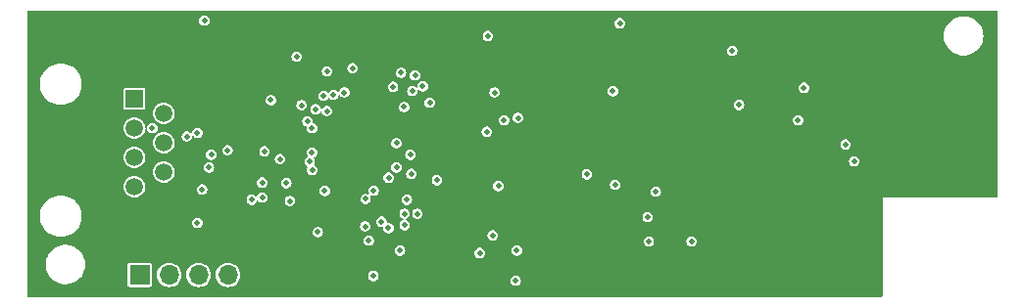
<source format=gbr>
%TF.GenerationSoftware,KiCad,Pcbnew,7.0.5-0*%
%TF.CreationDate,2024-01-25T09:03:23-08:00*%
%TF.ProjectId,transponder-11.9.0,7472616e-7370-46f6-9e64-65722d31312e,rev?*%
%TF.SameCoordinates,Original*%
%TF.FileFunction,Copper,L3,Inr*%
%TF.FilePolarity,Positive*%
%FSLAX46Y46*%
G04 Gerber Fmt 4.6, Leading zero omitted, Abs format (unit mm)*
G04 Created by KiCad (PCBNEW 7.0.5-0) date 2024-01-25 09:03:23*
%MOMM*%
%LPD*%
G01*
G04 APERTURE LIST*
%TA.AperFunction,ComponentPad*%
%ADD10R,1.700000X1.700000*%
%TD*%
%TA.AperFunction,ComponentPad*%
%ADD11O,1.700000X1.700000*%
%TD*%
%TA.AperFunction,ComponentPad*%
%ADD12R,1.500000X1.500000*%
%TD*%
%TA.AperFunction,ComponentPad*%
%ADD13C,1.500000*%
%TD*%
%TA.AperFunction,ComponentPad*%
%ADD14C,0.500000*%
%TD*%
%TA.AperFunction,ViaPad*%
%ADD15C,0.500000*%
%TD*%
G04 APERTURE END LIST*
D10*
%TO.N,+3.3V*%
%TO.C,J2*%
X117325000Y-111900000D03*
D11*
%TO.N,SWDIO*%
X119865000Y-111900000D03*
%TO.N,SWCLK*%
X122405000Y-111900000D03*
%TO.N,NRST*%
X124945000Y-111900000D03*
%TO.N,GND*%
X127485000Y-111900000D03*
%TD*%
D12*
%TO.N,/Connections/V_IN*%
%TO.C,J1*%
X116850000Y-96650000D03*
D13*
%TO.N,/Connections/HOST_TX_OFF*%
X119390000Y-97920000D03*
%TO.N,/Connections/HOST_UART_TX*%
X116850000Y-99190000D03*
%TO.N,/Connections/HOST_GPS_STATUS*%
X119390000Y-100460000D03*
%TO.N,/Connections/HOST_UART_RX*%
X116850000Y-101730000D03*
%TO.N,/Connections/HOST_RX_STATUS*%
X119390000Y-103000000D03*
%TO.N,/Connections/HOST_TX_STATUS*%
X116850000Y-104270000D03*
%TO.N,GND*%
X119390000Y-105540000D03*
%TD*%
D14*
%TO.N,GND*%
%TO.C,U1*%
X146325000Y-95850000D03*
X146325000Y-93750000D03*
X144225000Y-95850000D03*
X144225000Y-93750000D03*
%TD*%
%TO.N,GND*%
%TO.C,U2*%
X146150000Y-107850000D03*
X146150000Y-105750000D03*
X144050000Y-107850000D03*
X144050000Y-105750000D03*
%TD*%
D15*
%TO.N,GND*%
X175000000Y-100500000D03*
X144400000Y-94800000D03*
X184300000Y-100000000D03*
X164500000Y-102600000D03*
X134900000Y-101200000D03*
X150100000Y-106000000D03*
X145300000Y-95700000D03*
X181000000Y-101200000D03*
X155300000Y-99700000D03*
X161500000Y-98400000D03*
X122100000Y-91200000D03*
X145100000Y-105900000D03*
X164500000Y-92600000D03*
X114000000Y-90000000D03*
X179200000Y-104900000D03*
X151800000Y-92600000D03*
X169200000Y-100000000D03*
X173400000Y-110100000D03*
X181000000Y-109800000D03*
X182900000Y-102300000D03*
X156700000Y-103400000D03*
X183700000Y-96900000D03*
X161500000Y-100000000D03*
X185100000Y-96900000D03*
X158600000Y-95000000D03*
X186500000Y-96900000D03*
X176100000Y-104800000D03*
X172100000Y-112300000D03*
X189800000Y-104700000D03*
X114000000Y-108000000D03*
X176700000Y-92200000D03*
X167600000Y-92600000D03*
X159900000Y-102600000D03*
X145300000Y-100900000D03*
X126700000Y-96500000D03*
X182100000Y-102400000D03*
X135800000Y-102000000D03*
X172900000Y-94800000D03*
X185400000Y-95600000D03*
X178100000Y-110100000D03*
X186900000Y-94300000D03*
X153200000Y-107800000D03*
X181900000Y-103500000D03*
X163000000Y-100000000D03*
X181000000Y-107600000D03*
X143000000Y-111100000D03*
X172200000Y-96900000D03*
X121800000Y-102200000D03*
X158600000Y-97200000D03*
X114000000Y-93000000D03*
X185600000Y-102300000D03*
X151700000Y-98500000D03*
X177000000Y-112300000D03*
X166100000Y-92600000D03*
X184200000Y-93000000D03*
X175000000Y-92200000D03*
X176200000Y-94800000D03*
X179300000Y-112300000D03*
X184200000Y-102300000D03*
X175800000Y-110100000D03*
X184200000Y-104700000D03*
X154100000Y-98700000D03*
X160000000Y-92600000D03*
X140000000Y-113000000D03*
X191000000Y-96000000D03*
X154600000Y-95000000D03*
X158400000Y-102600000D03*
X182200000Y-99000000D03*
X161000000Y-113000000D03*
X171400000Y-110700000D03*
X172900000Y-92500000D03*
X178800000Y-98300000D03*
X179700000Y-99000000D03*
X167400000Y-102600000D03*
X170000000Y-95100000D03*
X191000000Y-90000000D03*
X172600000Y-102500000D03*
X151800000Y-108600000D03*
X172400000Y-92000000D03*
X148900000Y-92900000D03*
X147200000Y-101600000D03*
X179300000Y-110100000D03*
X150100000Y-108700000D03*
X177000000Y-90000000D03*
X176700000Y-102300000D03*
X173400000Y-92000000D03*
X177200000Y-104900000D03*
X188700000Y-104700000D03*
X142600000Y-102600000D03*
X161500000Y-95000000D03*
X173300000Y-112300000D03*
X158400000Y-101600000D03*
X178400000Y-94800000D03*
X181000000Y-106500000D03*
X173700000Y-100000000D03*
X182800000Y-92900000D03*
X127400000Y-101300000D03*
X182200000Y-97900000D03*
X160000000Y-95000000D03*
X181000000Y-108700000D03*
X148200000Y-93700000D03*
X109000000Y-98000000D03*
X182800000Y-92100000D03*
X178100000Y-112300000D03*
X140200000Y-92100000D03*
X170700000Y-100000000D03*
X137000000Y-91000000D03*
X183000000Y-100000000D03*
X163000000Y-90000000D03*
X183000000Y-104700000D03*
X158400000Y-100700000D03*
X152500000Y-95200000D03*
X109000000Y-113000000D03*
X177000000Y-110100000D03*
X154100000Y-97300000D03*
X151300000Y-105300000D03*
X153100000Y-90300000D03*
X172300000Y-90100000D03*
X148600000Y-96700000D03*
X143100000Y-99100000D03*
X170000000Y-102600000D03*
X164600000Y-95000000D03*
X109000000Y-103000000D03*
X153400000Y-92600000D03*
X178100000Y-102800000D03*
X180900000Y-105200000D03*
X172200000Y-95700000D03*
X157600000Y-101600000D03*
X174500000Y-112300000D03*
X153400000Y-96200000D03*
X150200000Y-96700000D03*
X157000000Y-113000000D03*
X154200000Y-103400000D03*
X114000000Y-103000000D03*
X163000000Y-92600000D03*
X151700000Y-100000000D03*
X170100000Y-92600000D03*
X177300000Y-94800000D03*
X156800000Y-106500000D03*
X180600000Y-94800000D03*
X170100000Y-98300000D03*
X165800000Y-98300000D03*
X172100000Y-110100000D03*
X154100000Y-100000000D03*
X134900000Y-99500000D03*
X135800000Y-98600000D03*
X182100000Y-99900000D03*
X160300000Y-97100000D03*
X125900000Y-96500000D03*
X157000000Y-99600000D03*
X137500000Y-100400000D03*
X146900000Y-103500000D03*
X145200000Y-112600000D03*
X167800000Y-98300000D03*
X166000000Y-102600000D03*
X159800000Y-104800000D03*
X172900000Y-91500000D03*
X173600000Y-94800000D03*
X172200000Y-94800000D03*
X177000000Y-107900000D03*
X144200000Y-106800000D03*
X129400000Y-91600000D03*
X172900000Y-90500000D03*
X141600000Y-92100000D03*
X148500000Y-106000000D03*
X185600000Y-100000000D03*
X164500000Y-100000000D03*
X171400000Y-92600000D03*
X154100000Y-106600000D03*
X114000000Y-113000000D03*
X179700000Y-98200000D03*
X173900000Y-102500000D03*
X136700000Y-99600000D03*
X156500000Y-92600000D03*
X185400000Y-94300000D03*
X181700000Y-104700000D03*
X146200000Y-94800000D03*
X146000000Y-106800000D03*
X114000000Y-98000000D03*
X175800000Y-112300000D03*
X172400000Y-91000000D03*
X179800000Y-92200000D03*
X179300000Y-107900000D03*
X186500000Y-104700000D03*
X173400000Y-90100000D03*
X145100000Y-106800000D03*
X187600000Y-104700000D03*
X172200000Y-100000000D03*
X178300000Y-92200000D03*
X180000000Y-96600000D03*
X129100000Y-94600000D03*
X190800000Y-104700000D03*
X158400000Y-99700000D03*
X177600000Y-101600000D03*
X180900000Y-112300000D03*
X188000000Y-96900000D03*
X161500000Y-92600000D03*
X191000000Y-93000000D03*
X145300000Y-93900000D03*
X109000000Y-90000000D03*
X175900000Y-101500000D03*
X168700000Y-102600000D03*
X175300000Y-104100000D03*
X167600000Y-95100000D03*
X176800000Y-100800000D03*
X136700000Y-101200000D03*
X179700000Y-99900000D03*
X155800000Y-101600000D03*
X172200000Y-96300000D03*
X174600000Y-110100000D03*
X180900000Y-113400000D03*
X151700000Y-101700000D03*
X161500000Y-102600000D03*
X171300000Y-102600000D03*
X186900000Y-102300000D03*
X154200000Y-105000000D03*
X148700000Y-108600000D03*
X182200000Y-96900000D03*
X151200000Y-97300000D03*
X163100000Y-102600000D03*
X135800000Y-100400000D03*
X179600000Y-102900000D03*
X171400000Y-111600000D03*
X155000000Y-92600000D03*
X157300000Y-100200000D03*
X151700000Y-103400000D03*
X145100000Y-107700000D03*
X156800000Y-95000000D03*
X185400000Y-104700000D03*
X179500000Y-94800000D03*
X189700000Y-96900000D03*
X186900000Y-100000000D03*
X157000000Y-100800000D03*
X173400000Y-91000000D03*
X134100000Y-100300000D03*
X145300000Y-94800000D03*
X163000000Y-95000000D03*
%TO.N,+3.3V*%
X136831443Y-105319230D03*
X124900000Y-101100000D03*
X148300000Y-104200000D03*
X161300000Y-109000000D03*
X135700000Y-94000000D03*
X149900000Y-109800000D03*
X179046220Y-102063024D03*
X165000000Y-109000000D03*
X147300000Y-99500000D03*
X139491490Y-102600000D03*
X128642814Y-96774500D03*
X147400000Y-91200000D03*
%TO.N,/Connections/MCU_UART_TX*%
X134049500Y-96300000D03*
X133500000Y-94276500D03*
%TO.N,/Connections/MCU_UART_RX*%
X133485172Y-97714828D03*
X133200000Y-96400000D03*
%TO.N,/Connections/GPS_STATUS*%
X132503578Y-97549831D03*
X127900000Y-103900000D03*
%TO.N,/Connections/HOST_TX_OFF*%
X121385000Y-99915000D03*
X122300000Y-107400000D03*
%TO.N,/Connections/HOST_TX_STATUS*%
X122700000Y-104500000D03*
%TO.N,/Connections/HOST_RX_STATUS*%
X123300000Y-102600000D03*
%TO.N,/Connections/HOST_UART_RX*%
X130875000Y-93000000D03*
X123500000Y-101500000D03*
%TO.N,/Connections/HOST_UART_TX*%
X131300000Y-97200000D03*
X122300000Y-99600000D03*
X118400000Y-99200000D03*
%TO.N,Net-(IC1-ADJ{slash}NC)*%
X174700000Y-95700000D03*
X174200000Y-98500000D03*
%TO.N,/Connections/V_IN*%
X122900000Y-89887500D03*
X169100000Y-97175000D03*
X168500000Y-92500000D03*
%TO.N,/GNSS/GPS_EN*%
X139800000Y-109800000D03*
X138206429Y-107296909D03*
X137525500Y-104600000D03*
X149800000Y-112400000D03*
%TO.N,/Receiver/V_LNA*%
X150000000Y-98300000D03*
X158200000Y-96000000D03*
%TO.N,/Connections/RX_STATUS*%
X140700000Y-101500000D03*
X129979145Y-103950224D03*
%TO.N,/MCU/V_PA_BIAS*%
X135000000Y-96100000D03*
X158800000Y-90100000D03*
%TO.N,/MCU/TRX_SDN*%
X147976500Y-96100000D03*
X139200000Y-95600000D03*
%TO.N,/MCU/SPI_SCK*%
X140400000Y-105400000D03*
X140166990Y-97366991D03*
X139900000Y-94400000D03*
%TO.N,/MCU/SPI_MISO*%
X141100000Y-94624500D03*
X140863438Y-95975500D03*
X141300000Y-106600000D03*
%TO.N,/Receiver/RFSW_CTRL*%
X148800000Y-98500000D03*
X155950000Y-103200000D03*
%TO.N,/MCU/SPI_MOSI*%
X141775998Y-95568700D03*
X140200000Y-106600000D03*
%TO.N,/MCU/RX_SDN*%
X132200000Y-101300000D03*
X147810996Y-108479266D03*
%TO.N,/GNSS/GPS_1PPS*%
X136800000Y-107700000D03*
X161200000Y-106900000D03*
X137100000Y-108925500D03*
X139491490Y-100500000D03*
%TO.N,/GNSS/GPS_OUT*%
X142375500Y-97000000D03*
X161900000Y-104700000D03*
%TO.N,/MCU/RX_DATA*%
X143000000Y-103700000D03*
X132209431Y-102800676D03*
%TO.N,/MCU/RX_CS*%
X140200000Y-107599503D03*
X140791812Y-103137929D03*
%TO.N,/MCU/RX_CLK*%
X132000000Y-102100000D03*
X146700000Y-110000000D03*
%TO.N,Net-(U10-D1)*%
X127000000Y-105400000D03*
X129437610Y-101861544D03*
%TO.N,Net-(U5-PB7)*%
X132700000Y-108200000D03*
X133300000Y-104625724D03*
%TO.N,Net-(U10-G2)*%
X128100000Y-101200000D03*
X130300000Y-105500000D03*
X127900000Y-105200000D03*
%TO.N,Net-(D4-K)*%
X178300000Y-100600000D03*
X158400000Y-104100000D03*
%TO.N,SWDIO*%
X131800000Y-98600000D03*
%TO.N,SWCLK*%
X132200000Y-99200000D03*
%TO.N,NRST*%
X138800000Y-107857677D03*
X137500000Y-112000000D03*
X138824980Y-103477484D03*
%TD*%
%TA.AperFunction,Conductor*%
%TO.N,GND*%
G36*
X191372709Y-89018047D02*
G01*
X191398361Y-89062476D01*
X191399500Y-89075500D01*
X191399500Y-105125000D01*
X191381953Y-105173209D01*
X191337524Y-105198861D01*
X191324500Y-105200000D01*
X181500000Y-105200000D01*
X181500000Y-113724500D01*
X181482453Y-113772709D01*
X181438024Y-113798361D01*
X181425000Y-113799500D01*
X107675500Y-113799500D01*
X107627291Y-113781953D01*
X107601639Y-113737524D01*
X107600500Y-113724500D01*
X107600500Y-112769748D01*
X116274500Y-112769748D01*
X116286132Y-112828230D01*
X116330447Y-112894551D01*
X116330448Y-112894552D01*
X116396769Y-112938867D01*
X116455251Y-112950500D01*
X116455252Y-112950500D01*
X118194749Y-112950500D01*
X118223989Y-112944683D01*
X118253231Y-112938867D01*
X118319552Y-112894552D01*
X118363867Y-112828231D01*
X118375500Y-112769748D01*
X118375500Y-111900000D01*
X118809417Y-111900000D01*
X118829699Y-112105930D01*
X118829699Y-112105932D01*
X118829700Y-112105934D01*
X118889768Y-112303954D01*
X118948592Y-112414005D01*
X118987315Y-112486450D01*
X119079692Y-112599013D01*
X119118590Y-112646410D01*
X119278550Y-112777685D01*
X119461046Y-112875232D01*
X119659066Y-112935300D01*
X119865000Y-112955583D01*
X120070934Y-112935300D01*
X120268954Y-112875232D01*
X120451450Y-112777685D01*
X120611410Y-112646410D01*
X120742685Y-112486450D01*
X120840232Y-112303954D01*
X120900300Y-112105934D01*
X120920583Y-111900000D01*
X121349417Y-111900000D01*
X121369699Y-112105930D01*
X121369699Y-112105932D01*
X121369700Y-112105934D01*
X121429768Y-112303954D01*
X121488592Y-112414005D01*
X121527315Y-112486450D01*
X121619692Y-112599013D01*
X121658590Y-112646410D01*
X121818550Y-112777685D01*
X122001046Y-112875232D01*
X122199066Y-112935300D01*
X122405000Y-112955583D01*
X122610934Y-112935300D01*
X122808954Y-112875232D01*
X122991450Y-112777685D01*
X123151410Y-112646410D01*
X123282685Y-112486450D01*
X123380232Y-112303954D01*
X123440300Y-112105934D01*
X123460583Y-111900000D01*
X123460583Y-111899999D01*
X123889417Y-111899999D01*
X123909699Y-112105930D01*
X123909699Y-112105932D01*
X123909700Y-112105934D01*
X123969768Y-112303954D01*
X124028592Y-112414005D01*
X124067315Y-112486450D01*
X124159692Y-112599013D01*
X124198590Y-112646410D01*
X124358550Y-112777685D01*
X124541046Y-112875232D01*
X124739066Y-112935300D01*
X124945000Y-112955583D01*
X125150934Y-112935300D01*
X125348954Y-112875232D01*
X125531450Y-112777685D01*
X125691410Y-112646410D01*
X125822685Y-112486450D01*
X125920232Y-112303954D01*
X125980300Y-112105934D01*
X125990734Y-112000000D01*
X137044867Y-112000000D01*
X137063303Y-112128226D01*
X137063303Y-112128227D01*
X137063304Y-112128229D01*
X137117116Y-112246060D01*
X137117117Y-112246061D01*
X137117118Y-112246063D01*
X137167280Y-112303954D01*
X137201952Y-112343968D01*
X137310931Y-112414004D01*
X137310933Y-112414005D01*
X137435228Y-112450500D01*
X137564772Y-112450500D01*
X137689066Y-112414005D01*
X137689066Y-112414004D01*
X137689069Y-112414004D01*
X137710860Y-112400000D01*
X149344867Y-112400000D01*
X149363303Y-112528226D01*
X149363303Y-112528227D01*
X149363304Y-112528229D01*
X149417116Y-112646060D01*
X149417117Y-112646061D01*
X149417118Y-112646063D01*
X149475076Y-112712951D01*
X149501952Y-112743968D01*
X149610931Y-112814004D01*
X149610933Y-112814005D01*
X149735228Y-112850500D01*
X149864772Y-112850500D01*
X149989066Y-112814005D01*
X149989066Y-112814004D01*
X149989069Y-112814004D01*
X150098049Y-112743967D01*
X150182882Y-112646063D01*
X150236697Y-112528226D01*
X150255133Y-112400000D01*
X150236697Y-112271774D01*
X150182882Y-112153937D01*
X150098049Y-112056033D01*
X150098048Y-112056032D01*
X150098047Y-112056031D01*
X149989068Y-111985995D01*
X149989066Y-111985994D01*
X149864772Y-111949500D01*
X149735228Y-111949500D01*
X149610933Y-111985994D01*
X149610931Y-111985995D01*
X149501952Y-112056031D01*
X149417116Y-112153939D01*
X149363304Y-112271770D01*
X149363303Y-112271772D01*
X149363303Y-112271774D01*
X149344867Y-112400000D01*
X137710860Y-112400000D01*
X137798049Y-112343967D01*
X137882882Y-112246063D01*
X137936697Y-112128226D01*
X137955133Y-112000000D01*
X137936697Y-111871774D01*
X137882882Y-111753937D01*
X137798049Y-111656033D01*
X137798048Y-111656032D01*
X137798047Y-111656031D01*
X137689068Y-111585995D01*
X137689066Y-111585994D01*
X137564772Y-111549500D01*
X137435228Y-111549500D01*
X137310933Y-111585994D01*
X137310931Y-111585995D01*
X137201952Y-111656031D01*
X137117116Y-111753939D01*
X137063304Y-111871770D01*
X137063303Y-111871772D01*
X137063303Y-111871774D01*
X137044867Y-112000000D01*
X125990734Y-112000000D01*
X126000583Y-111900000D01*
X125980300Y-111694066D01*
X125920232Y-111496046D01*
X125822685Y-111313550D01*
X125691410Y-111153590D01*
X125531450Y-111022315D01*
X125348954Y-110924768D01*
X125150934Y-110864700D01*
X125150932Y-110864699D01*
X125150930Y-110864699D01*
X124973788Y-110847252D01*
X124945000Y-110844417D01*
X124944999Y-110844417D01*
X124739069Y-110864699D01*
X124541045Y-110924768D01*
X124541044Y-110924769D01*
X124358549Y-111022315D01*
X124198590Y-111153589D01*
X124198589Y-111153590D01*
X124067315Y-111313549D01*
X123969769Y-111496044D01*
X123969768Y-111496045D01*
X123909699Y-111694069D01*
X123889417Y-111899999D01*
X123460583Y-111899999D01*
X123440300Y-111694066D01*
X123380232Y-111496046D01*
X123282685Y-111313550D01*
X123151410Y-111153590D01*
X122991450Y-111022315D01*
X122808954Y-110924768D01*
X122610934Y-110864700D01*
X122610932Y-110864699D01*
X122610930Y-110864699D01*
X122433788Y-110847252D01*
X122405000Y-110844417D01*
X122404999Y-110844417D01*
X122199069Y-110864699D01*
X122001045Y-110924768D01*
X122001044Y-110924769D01*
X121818549Y-111022315D01*
X121658590Y-111153589D01*
X121658589Y-111153590D01*
X121527315Y-111313549D01*
X121429769Y-111496044D01*
X121429768Y-111496045D01*
X121369699Y-111694069D01*
X121349417Y-111900000D01*
X120920583Y-111900000D01*
X120900300Y-111694066D01*
X120840232Y-111496046D01*
X120742685Y-111313550D01*
X120611410Y-111153590D01*
X120451450Y-111022315D01*
X120268954Y-110924768D01*
X120070934Y-110864700D01*
X120070932Y-110864699D01*
X120070930Y-110864699D01*
X119893788Y-110847252D01*
X119865000Y-110844417D01*
X119864999Y-110844417D01*
X119659069Y-110864699D01*
X119461045Y-110924768D01*
X119461044Y-110924769D01*
X119278549Y-111022315D01*
X119118590Y-111153589D01*
X119118589Y-111153590D01*
X118987315Y-111313549D01*
X118889769Y-111496044D01*
X118889768Y-111496045D01*
X118829699Y-111694069D01*
X118809417Y-111900000D01*
X118375500Y-111900000D01*
X118375500Y-111030252D01*
X118369482Y-111000000D01*
X118363867Y-110971769D01*
X118319552Y-110905448D01*
X118319551Y-110905447D01*
X118253230Y-110861132D01*
X118194749Y-110849500D01*
X118194748Y-110849500D01*
X116455252Y-110849500D01*
X116455251Y-110849500D01*
X116396769Y-110861132D01*
X116330448Y-110905447D01*
X116330447Y-110905448D01*
X116286132Y-110971769D01*
X116274500Y-111030251D01*
X116274500Y-112769748D01*
X107600500Y-112769748D01*
X107600500Y-111000003D01*
X109182245Y-111000003D01*
X109201429Y-111256010D01*
X109201431Y-111256018D01*
X109258560Y-111506317D01*
X109317318Y-111656031D01*
X109352358Y-111745310D01*
X109480722Y-111967643D01*
X109480728Y-111967651D01*
X109640792Y-112168366D01*
X109828995Y-112342994D01*
X109933149Y-112414004D01*
X110041123Y-112487619D01*
X110272434Y-112599013D01*
X110517764Y-112674687D01*
X110771621Y-112712951D01*
X110771630Y-112712951D01*
X110771632Y-112712952D01*
X110771633Y-112712952D01*
X111028367Y-112712952D01*
X111028368Y-112712952D01*
X111028369Y-112712951D01*
X111028378Y-112712951D01*
X111187609Y-112688949D01*
X111282236Y-112674687D01*
X111527566Y-112599013D01*
X111758878Y-112487619D01*
X111971003Y-112342995D01*
X112159204Y-112168370D01*
X112319276Y-111967646D01*
X112447644Y-111745306D01*
X112541440Y-111506317D01*
X112598569Y-111256018D01*
X112617755Y-111000000D01*
X112617755Y-110999996D01*
X112598570Y-110743989D01*
X112598569Y-110743985D01*
X112598569Y-110743982D01*
X112541440Y-110493683D01*
X112447644Y-110254694D01*
X112319276Y-110032354D01*
X112191215Y-109871770D01*
X112159207Y-109831633D01*
X112125115Y-109800000D01*
X139344867Y-109800000D01*
X139363303Y-109928226D01*
X139363303Y-109928227D01*
X139363304Y-109928229D01*
X139417116Y-110046060D01*
X139417117Y-110046061D01*
X139417118Y-110046063D01*
X139473643Y-110111297D01*
X139501952Y-110143968D01*
X139610931Y-110214004D01*
X139610933Y-110214005D01*
X139735228Y-110250500D01*
X139864772Y-110250500D01*
X139989066Y-110214005D01*
X139989066Y-110214004D01*
X139989069Y-110214004D01*
X140098049Y-110143967D01*
X140182882Y-110046063D01*
X140203919Y-110000000D01*
X146244867Y-110000000D01*
X146263303Y-110128226D01*
X146263303Y-110128227D01*
X146263304Y-110128229D01*
X146317116Y-110246060D01*
X146317117Y-110246061D01*
X146317118Y-110246063D01*
X146324597Y-110254694D01*
X146401952Y-110343968D01*
X146510931Y-110414004D01*
X146510933Y-110414005D01*
X146635228Y-110450500D01*
X146764772Y-110450500D01*
X146889066Y-110414005D01*
X146889066Y-110414004D01*
X146889069Y-110414004D01*
X146998049Y-110343967D01*
X147082882Y-110246063D01*
X147136697Y-110128226D01*
X147155133Y-110000000D01*
X147136697Y-109871774D01*
X147103919Y-109800000D01*
X149444867Y-109800000D01*
X149463303Y-109928226D01*
X149463303Y-109928227D01*
X149463304Y-109928229D01*
X149517116Y-110046060D01*
X149517117Y-110046061D01*
X149517118Y-110046063D01*
X149573643Y-110111297D01*
X149601952Y-110143968D01*
X149710931Y-110214004D01*
X149710933Y-110214005D01*
X149835228Y-110250500D01*
X149964772Y-110250500D01*
X150089066Y-110214005D01*
X150089066Y-110214004D01*
X150089069Y-110214004D01*
X150198049Y-110143967D01*
X150282882Y-110046063D01*
X150336697Y-109928226D01*
X150355133Y-109800000D01*
X150336697Y-109671774D01*
X150282882Y-109553937D01*
X150198049Y-109456033D01*
X150198048Y-109456032D01*
X150198047Y-109456031D01*
X150089068Y-109385995D01*
X150089066Y-109385994D01*
X149964772Y-109349500D01*
X149835228Y-109349500D01*
X149710933Y-109385994D01*
X149710931Y-109385995D01*
X149601952Y-109456031D01*
X149517116Y-109553939D01*
X149463304Y-109671770D01*
X149463303Y-109671772D01*
X149463303Y-109671774D01*
X149444867Y-109800000D01*
X147103919Y-109800000D01*
X147082882Y-109753937D01*
X146998049Y-109656033D01*
X146998048Y-109656032D01*
X146998047Y-109656031D01*
X146889068Y-109585995D01*
X146889066Y-109585994D01*
X146764772Y-109549500D01*
X146635228Y-109549500D01*
X146510933Y-109585994D01*
X146510931Y-109585995D01*
X146401952Y-109656031D01*
X146317116Y-109753939D01*
X146263304Y-109871770D01*
X146263303Y-109871772D01*
X146263303Y-109871774D01*
X146244867Y-110000000D01*
X140203919Y-110000000D01*
X140236697Y-109928226D01*
X140255133Y-109800000D01*
X140236697Y-109671774D01*
X140182882Y-109553937D01*
X140098049Y-109456033D01*
X140098048Y-109456032D01*
X140098047Y-109456031D01*
X139989068Y-109385995D01*
X139989066Y-109385994D01*
X139864772Y-109349500D01*
X139735228Y-109349500D01*
X139610933Y-109385994D01*
X139610931Y-109385995D01*
X139501952Y-109456031D01*
X139417116Y-109553939D01*
X139363304Y-109671770D01*
X139363303Y-109671772D01*
X139363303Y-109671774D01*
X139344867Y-109800000D01*
X112125115Y-109800000D01*
X111971004Y-109657005D01*
X111758878Y-109512381D01*
X111641866Y-109456031D01*
X111527566Y-109400987D01*
X111527563Y-109400986D01*
X111527561Y-109400985D01*
X111342711Y-109343967D01*
X111282236Y-109325313D01*
X111282234Y-109325312D01*
X111282235Y-109325312D01*
X111028378Y-109287048D01*
X111028368Y-109287048D01*
X110771632Y-109287048D01*
X110771621Y-109287048D01*
X110517765Y-109325312D01*
X110272438Y-109400985D01*
X110041122Y-109512381D01*
X109828995Y-109657005D01*
X109640792Y-109831633D01*
X109480728Y-110032348D01*
X109480722Y-110032356D01*
X109352358Y-110254689D01*
X109258560Y-110493683D01*
X109201429Y-110743989D01*
X109182245Y-110999996D01*
X109182245Y-111000003D01*
X107600500Y-111000003D01*
X107600500Y-108925500D01*
X136644867Y-108925500D01*
X136663303Y-109053726D01*
X136663303Y-109053727D01*
X136663304Y-109053729D01*
X136717116Y-109171560D01*
X136717117Y-109171561D01*
X136717118Y-109171563D01*
X136781669Y-109246060D01*
X136801952Y-109269468D01*
X136910931Y-109339504D01*
X136910933Y-109339505D01*
X137035228Y-109376000D01*
X137164772Y-109376000D01*
X137289066Y-109339505D01*
X137289066Y-109339504D01*
X137289069Y-109339504D01*
X137398049Y-109269467D01*
X137482882Y-109171563D01*
X137536697Y-109053726D01*
X137544422Y-109000000D01*
X160844867Y-109000000D01*
X160863303Y-109128226D01*
X160863303Y-109128227D01*
X160863304Y-109128229D01*
X160917116Y-109246060D01*
X160917117Y-109246061D01*
X160917118Y-109246063D01*
X160998084Y-109339504D01*
X161001952Y-109343968D01*
X161110931Y-109414004D01*
X161110933Y-109414005D01*
X161235228Y-109450500D01*
X161364772Y-109450500D01*
X161489066Y-109414005D01*
X161489066Y-109414004D01*
X161489069Y-109414004D01*
X161598049Y-109343967D01*
X161682882Y-109246063D01*
X161736697Y-109128226D01*
X161755133Y-109000000D01*
X164544867Y-109000000D01*
X164563303Y-109128226D01*
X164563303Y-109128227D01*
X164563304Y-109128229D01*
X164617116Y-109246060D01*
X164617117Y-109246061D01*
X164617118Y-109246063D01*
X164698084Y-109339504D01*
X164701952Y-109343968D01*
X164810931Y-109414004D01*
X164810933Y-109414005D01*
X164935228Y-109450500D01*
X165064772Y-109450500D01*
X165189066Y-109414005D01*
X165189066Y-109414004D01*
X165189069Y-109414004D01*
X165298049Y-109343967D01*
X165382882Y-109246063D01*
X165436697Y-109128226D01*
X165455133Y-109000000D01*
X165436697Y-108871774D01*
X165382882Y-108753937D01*
X165298049Y-108656033D01*
X165298048Y-108656032D01*
X165298047Y-108656031D01*
X165189068Y-108585995D01*
X165189066Y-108585994D01*
X165064772Y-108549500D01*
X164935228Y-108549500D01*
X164810933Y-108585994D01*
X164810931Y-108585995D01*
X164701952Y-108656031D01*
X164617116Y-108753939D01*
X164563304Y-108871770D01*
X164563303Y-108871772D01*
X164563303Y-108871774D01*
X164544867Y-109000000D01*
X161755133Y-109000000D01*
X161736697Y-108871774D01*
X161682882Y-108753937D01*
X161598049Y-108656033D01*
X161598048Y-108656032D01*
X161598047Y-108656031D01*
X161489068Y-108585995D01*
X161489066Y-108585994D01*
X161364772Y-108549500D01*
X161235228Y-108549500D01*
X161110933Y-108585994D01*
X161110931Y-108585995D01*
X161001952Y-108656031D01*
X160917116Y-108753939D01*
X160863304Y-108871770D01*
X160863303Y-108871772D01*
X160863303Y-108871774D01*
X160844867Y-109000000D01*
X137544422Y-109000000D01*
X137555133Y-108925500D01*
X137536697Y-108797274D01*
X137482882Y-108679437D01*
X137398049Y-108581533D01*
X137398048Y-108581532D01*
X137398047Y-108581531D01*
X137289068Y-108511495D01*
X137289066Y-108511494D01*
X137179301Y-108479266D01*
X147355863Y-108479266D01*
X147374299Y-108607492D01*
X147374299Y-108607493D01*
X147374300Y-108607495D01*
X147428112Y-108725326D01*
X147428113Y-108725327D01*
X147428114Y-108725329D01*
X147490454Y-108797274D01*
X147512948Y-108823234D01*
X147621927Y-108893270D01*
X147621929Y-108893271D01*
X147746224Y-108929766D01*
X147875768Y-108929766D01*
X148000062Y-108893271D01*
X148000062Y-108893270D01*
X148000065Y-108893270D01*
X148109045Y-108823233D01*
X148193878Y-108725329D01*
X148247693Y-108607492D01*
X148266129Y-108479266D01*
X148247693Y-108351040D01*
X148193878Y-108233203D01*
X148109045Y-108135299D01*
X148109044Y-108135298D01*
X148109043Y-108135297D01*
X148000064Y-108065261D01*
X148000062Y-108065260D01*
X147875768Y-108028766D01*
X147746224Y-108028766D01*
X147621929Y-108065260D01*
X147621927Y-108065261D01*
X147512948Y-108135297D01*
X147428112Y-108233205D01*
X147374300Y-108351036D01*
X147374299Y-108351038D01*
X147374299Y-108351040D01*
X147355863Y-108479266D01*
X137179301Y-108479266D01*
X137164772Y-108475000D01*
X137035228Y-108475000D01*
X136910933Y-108511494D01*
X136910931Y-108511495D01*
X136801952Y-108581531D01*
X136717116Y-108679439D01*
X136663304Y-108797270D01*
X136663303Y-108797272D01*
X136663303Y-108797274D01*
X136644867Y-108925500D01*
X107600500Y-108925500D01*
X107600500Y-106944939D01*
X108699500Y-106944939D01*
X108739719Y-107211768D01*
X108739720Y-107211772D01*
X108819262Y-107469641D01*
X108887633Y-107611614D01*
X108936349Y-107712774D01*
X109088365Y-107935742D01*
X109271918Y-108133564D01*
X109396864Y-108233205D01*
X109482898Y-108301815D01*
X109528644Y-108328226D01*
X109716602Y-108436743D01*
X109967799Y-108535332D01*
X109967801Y-108535332D01*
X109967805Y-108535334D01*
X110230897Y-108595383D01*
X110230900Y-108595383D01*
X110230904Y-108595384D01*
X110432621Y-108610500D01*
X110432624Y-108610500D01*
X110567379Y-108610500D01*
X110769095Y-108595384D01*
X110769097Y-108595383D01*
X110769103Y-108595383D01*
X111032195Y-108535334D01*
X111283398Y-108436743D01*
X111517102Y-108301815D01*
X111644773Y-108200000D01*
X132244867Y-108200000D01*
X132263303Y-108328226D01*
X132263303Y-108328227D01*
X132263304Y-108328229D01*
X132317116Y-108446060D01*
X132317117Y-108446061D01*
X132317118Y-108446063D01*
X132373815Y-108511496D01*
X132401952Y-108543968D01*
X132510931Y-108614004D01*
X132510933Y-108614005D01*
X132635228Y-108650500D01*
X132764772Y-108650500D01*
X132889066Y-108614005D01*
X132889066Y-108614004D01*
X132889069Y-108614004D01*
X132998049Y-108543967D01*
X133082882Y-108446063D01*
X133136697Y-108328226D01*
X133155133Y-108200000D01*
X133136697Y-108071774D01*
X133082882Y-107953937D01*
X132998049Y-107856033D01*
X132998048Y-107856032D01*
X132998047Y-107856031D01*
X132889068Y-107785995D01*
X132889066Y-107785994D01*
X132764772Y-107749500D01*
X132635228Y-107749500D01*
X132510933Y-107785994D01*
X132510931Y-107785995D01*
X132401952Y-107856031D01*
X132317116Y-107953939D01*
X132263304Y-108071770D01*
X132263303Y-108071772D01*
X132263303Y-108071774D01*
X132244867Y-108200000D01*
X111644773Y-108200000D01*
X111728085Y-108133561D01*
X111911635Y-107935741D01*
X112063651Y-107712775D01*
X112180738Y-107469641D01*
X112202219Y-107400000D01*
X121844867Y-107400000D01*
X121863303Y-107528226D01*
X121863303Y-107528227D01*
X121863304Y-107528229D01*
X121917116Y-107646060D01*
X121917117Y-107646061D01*
X121917118Y-107646063D01*
X121980282Y-107718959D01*
X122001952Y-107743968D01*
X122110931Y-107814004D01*
X122110933Y-107814005D01*
X122235228Y-107850500D01*
X122364772Y-107850500D01*
X122489066Y-107814005D01*
X122489066Y-107814004D01*
X122489069Y-107814004D01*
X122598049Y-107743967D01*
X122636146Y-107700000D01*
X136344867Y-107700000D01*
X136363303Y-107828226D01*
X136363303Y-107828227D01*
X136363304Y-107828229D01*
X136417116Y-107946060D01*
X136417117Y-107946061D01*
X136417118Y-107946063D01*
X136501951Y-108043967D01*
X136501952Y-108043968D01*
X136610931Y-108114004D01*
X136610933Y-108114005D01*
X136735228Y-108150500D01*
X136864772Y-108150500D01*
X136989066Y-108114005D01*
X136989066Y-108114004D01*
X136989069Y-108114004D01*
X137098049Y-108043967D01*
X137182882Y-107946063D01*
X137236697Y-107828226D01*
X137255133Y-107700000D01*
X137236697Y-107571774D01*
X137190054Y-107469641D01*
X137182883Y-107453939D01*
X137182882Y-107453938D01*
X137182882Y-107453937D01*
X137098049Y-107356033D01*
X137098048Y-107356032D01*
X137098047Y-107356031D01*
X137006051Y-107296909D01*
X137751296Y-107296909D01*
X137769732Y-107425135D01*
X137769732Y-107425136D01*
X137769733Y-107425138D01*
X137823545Y-107542969D01*
X137823546Y-107542970D01*
X137823547Y-107542972D01*
X137908380Y-107640876D01*
X137908381Y-107640877D01*
X138017360Y-107710913D01*
X138017362Y-107710914D01*
X138141657Y-107747409D01*
X138274167Y-107747409D01*
X138322376Y-107764956D01*
X138348028Y-107809385D01*
X138348403Y-107833084D01*
X138345104Y-107856031D01*
X138344867Y-107857677D01*
X138363303Y-107985903D01*
X138363303Y-107985904D01*
X138363304Y-107985906D01*
X138417116Y-108103737D01*
X138417117Y-108103738D01*
X138417118Y-108103740D01*
X138501951Y-108201644D01*
X138501952Y-108201645D01*
X138610931Y-108271681D01*
X138610933Y-108271682D01*
X138735228Y-108308177D01*
X138864772Y-108308177D01*
X138989066Y-108271682D01*
X138989066Y-108271681D01*
X138989069Y-108271681D01*
X139098049Y-108201644D01*
X139182882Y-108103740D01*
X139236697Y-107985903D01*
X139255133Y-107857677D01*
X139236697Y-107729451D01*
X139182882Y-107611614D01*
X139172388Y-107599503D01*
X139744867Y-107599503D01*
X139763303Y-107727729D01*
X139763303Y-107727730D01*
X139763304Y-107727732D01*
X139817116Y-107845563D01*
X139817117Y-107845564D01*
X139817118Y-107845566D01*
X139895254Y-107935741D01*
X139901952Y-107943471D01*
X140010931Y-108013507D01*
X140010933Y-108013508D01*
X140135228Y-108050003D01*
X140264772Y-108050003D01*
X140389066Y-108013508D01*
X140389066Y-108013507D01*
X140389069Y-108013507D01*
X140498049Y-107943470D01*
X140582882Y-107845566D01*
X140636697Y-107727729D01*
X140655133Y-107599503D01*
X140636697Y-107471277D01*
X140582882Y-107353440D01*
X140498049Y-107255536D01*
X140498048Y-107255535D01*
X140498047Y-107255534D01*
X140389068Y-107185498D01*
X140342118Y-107171713D01*
X140300805Y-107141295D01*
X140288710Y-107091438D01*
X140311492Y-107045471D01*
X140342117Y-107027789D01*
X140389069Y-107014004D01*
X140498049Y-106943967D01*
X140582882Y-106846063D01*
X140636697Y-106728226D01*
X140655133Y-106600000D01*
X140844867Y-106600000D01*
X140863303Y-106728226D01*
X140863303Y-106728227D01*
X140863304Y-106728229D01*
X140917116Y-106846060D01*
X140917117Y-106846061D01*
X140917118Y-106846063D01*
X140963854Y-106900000D01*
X141001952Y-106943968D01*
X141110931Y-107014004D01*
X141110933Y-107014005D01*
X141235228Y-107050500D01*
X141364772Y-107050500D01*
X141489066Y-107014005D01*
X141489066Y-107014004D01*
X141489069Y-107014004D01*
X141598049Y-106943967D01*
X141636146Y-106900000D01*
X160744867Y-106900000D01*
X160763303Y-107028226D01*
X160763303Y-107028227D01*
X160763304Y-107028229D01*
X160817116Y-107146060D01*
X160817117Y-107146061D01*
X160817118Y-107146063D01*
X160901951Y-107243967D01*
X160901952Y-107243968D01*
X161010931Y-107314004D01*
X161010933Y-107314005D01*
X161135228Y-107350500D01*
X161264772Y-107350500D01*
X161389066Y-107314005D01*
X161389066Y-107314004D01*
X161389069Y-107314004D01*
X161498049Y-107243967D01*
X161582882Y-107146063D01*
X161636697Y-107028226D01*
X161655133Y-106900000D01*
X161636697Y-106771774D01*
X161582882Y-106653937D01*
X161498049Y-106556033D01*
X161498048Y-106556032D01*
X161498047Y-106556031D01*
X161389068Y-106485995D01*
X161389066Y-106485994D01*
X161264772Y-106449500D01*
X161135228Y-106449500D01*
X161010933Y-106485994D01*
X161010931Y-106485995D01*
X160901952Y-106556031D01*
X160817116Y-106653939D01*
X160763304Y-106771770D01*
X160763303Y-106771772D01*
X160763303Y-106771774D01*
X160744867Y-106900000D01*
X141636146Y-106900000D01*
X141682882Y-106846063D01*
X141736697Y-106728226D01*
X141755133Y-106600000D01*
X141736697Y-106471774D01*
X141682882Y-106353937D01*
X141598049Y-106256033D01*
X141598048Y-106256032D01*
X141598047Y-106256031D01*
X141489068Y-106185995D01*
X141489066Y-106185994D01*
X141364772Y-106149500D01*
X141235228Y-106149500D01*
X141110933Y-106185994D01*
X141110931Y-106185995D01*
X141001952Y-106256031D01*
X140917116Y-106353939D01*
X140863304Y-106471770D01*
X140863303Y-106471772D01*
X140863303Y-106471774D01*
X140844867Y-106600000D01*
X140655133Y-106600000D01*
X140636697Y-106471774D01*
X140582882Y-106353937D01*
X140498049Y-106256033D01*
X140498048Y-106256032D01*
X140498047Y-106256031D01*
X140389068Y-106185995D01*
X140389066Y-106185994D01*
X140264772Y-106149500D01*
X140135228Y-106149500D01*
X140010933Y-106185994D01*
X140010931Y-106185995D01*
X139901952Y-106256031D01*
X139817116Y-106353939D01*
X139763304Y-106471770D01*
X139763303Y-106471772D01*
X139763303Y-106471774D01*
X139744867Y-106600000D01*
X139763303Y-106728226D01*
X139763303Y-106728227D01*
X139763304Y-106728229D01*
X139817116Y-106846060D01*
X139817117Y-106846061D01*
X139817118Y-106846063D01*
X139863854Y-106900000D01*
X139901952Y-106943968D01*
X139915913Y-106952940D01*
X140010931Y-107014004D01*
X140057880Y-107027789D01*
X140099193Y-107058206D01*
X140111289Y-107108063D01*
X140088508Y-107154030D01*
X140057881Y-107171713D01*
X140010932Y-107185498D01*
X140010931Y-107185498D01*
X139901952Y-107255534D01*
X139817116Y-107353442D01*
X139763304Y-107471273D01*
X139763303Y-107471275D01*
X139763303Y-107471277D01*
X139744867Y-107599503D01*
X139172388Y-107599503D01*
X139098049Y-107513710D01*
X139098048Y-107513709D01*
X139098047Y-107513708D01*
X138989068Y-107443672D01*
X138989066Y-107443671D01*
X138864772Y-107407177D01*
X138735228Y-107407177D01*
X138732262Y-107407177D01*
X138684053Y-107389630D01*
X138658401Y-107345201D01*
X138658026Y-107321502D01*
X138659104Y-107314004D01*
X138661562Y-107296909D01*
X138643126Y-107168683D01*
X138589311Y-107050846D01*
X138504478Y-106952942D01*
X138504477Y-106952941D01*
X138504476Y-106952940D01*
X138395497Y-106882904D01*
X138395495Y-106882903D01*
X138271201Y-106846409D01*
X138141657Y-106846409D01*
X138017362Y-106882903D01*
X138017360Y-106882904D01*
X137908381Y-106952940D01*
X137823545Y-107050848D01*
X137769733Y-107168679D01*
X137769732Y-107168681D01*
X137769732Y-107168683D01*
X137751296Y-107296909D01*
X137006051Y-107296909D01*
X136989068Y-107285995D01*
X136989066Y-107285994D01*
X136864772Y-107249500D01*
X136735228Y-107249500D01*
X136610933Y-107285994D01*
X136610931Y-107285995D01*
X136501952Y-107356031D01*
X136417116Y-107453939D01*
X136363304Y-107571770D01*
X136363303Y-107571772D01*
X136363303Y-107571774D01*
X136344867Y-107700000D01*
X122636146Y-107700000D01*
X122682882Y-107646063D01*
X122736697Y-107528226D01*
X122755133Y-107400000D01*
X122736697Y-107271774D01*
X122689615Y-107168679D01*
X122682883Y-107153939D01*
X122682882Y-107153938D01*
X122682882Y-107153937D01*
X122598049Y-107056033D01*
X122598048Y-107056032D01*
X122598047Y-107056031D01*
X122489068Y-106985995D01*
X122489066Y-106985994D01*
X122364772Y-106949500D01*
X122235228Y-106949500D01*
X122110933Y-106985994D01*
X122110931Y-106985995D01*
X122001952Y-107056031D01*
X121917116Y-107153939D01*
X121863304Y-107271770D01*
X121863303Y-107271772D01*
X121863303Y-107271774D01*
X121844867Y-107400000D01*
X112202219Y-107400000D01*
X112260280Y-107211772D01*
X112288011Y-107027789D01*
X112300499Y-106944939D01*
X112300500Y-106944927D01*
X112300500Y-106675072D01*
X112300499Y-106675060D01*
X112276661Y-106516912D01*
X112260280Y-106408228D01*
X112180738Y-106150359D01*
X112063651Y-105907226D01*
X111911635Y-105684259D01*
X111911634Y-105684257D01*
X111740667Y-105499999D01*
X111728085Y-105486439D01*
X111728083Y-105486438D01*
X111728081Y-105486435D01*
X111619695Y-105400000D01*
X126544867Y-105400000D01*
X126563303Y-105528226D01*
X126563303Y-105528227D01*
X126563304Y-105528229D01*
X126617116Y-105646060D01*
X126617117Y-105646061D01*
X126617118Y-105646063D01*
X126650213Y-105684257D01*
X126701952Y-105743968D01*
X126810931Y-105814004D01*
X126810933Y-105814005D01*
X126935228Y-105850500D01*
X127064772Y-105850500D01*
X127189066Y-105814005D01*
X127189066Y-105814004D01*
X127189069Y-105814004D01*
X127298049Y-105743967D01*
X127382882Y-105646063D01*
X127436697Y-105528226D01*
X127438926Y-105523346D01*
X127440315Y-105523980D01*
X127466772Y-105488026D01*
X127516626Y-105475916D01*
X127562600Y-105498684D01*
X127565012Y-105501337D01*
X127588312Y-105528226D01*
X127601952Y-105543968D01*
X127710931Y-105614004D01*
X127710933Y-105614005D01*
X127835228Y-105650500D01*
X127964772Y-105650500D01*
X128089066Y-105614005D01*
X128089066Y-105614004D01*
X128089069Y-105614004D01*
X128198049Y-105543967D01*
X128236146Y-105500000D01*
X129844867Y-105500000D01*
X129863303Y-105628226D01*
X129863303Y-105628227D01*
X129863304Y-105628229D01*
X129917116Y-105746060D01*
X129917117Y-105746061D01*
X129917118Y-105746063D01*
X129975989Y-105814005D01*
X130001952Y-105843968D01*
X130110931Y-105914004D01*
X130110933Y-105914005D01*
X130235228Y-105950500D01*
X130364772Y-105950500D01*
X130489066Y-105914005D01*
X130489066Y-105914004D01*
X130489069Y-105914004D01*
X130598049Y-105843967D01*
X130682882Y-105746063D01*
X130736697Y-105628226D01*
X130755133Y-105500000D01*
X130736697Y-105371774D01*
X130712701Y-105319230D01*
X136376310Y-105319230D01*
X136394746Y-105447456D01*
X136394746Y-105447457D01*
X136394747Y-105447459D01*
X136448559Y-105565290D01*
X136448560Y-105565291D01*
X136448561Y-105565293D01*
X136490769Y-105614004D01*
X136533395Y-105663198D01*
X136642374Y-105733234D01*
X136642376Y-105733235D01*
X136766671Y-105769730D01*
X136896215Y-105769730D01*
X137020509Y-105733235D01*
X137020509Y-105733234D01*
X137020512Y-105733234D01*
X137129492Y-105663197D01*
X137214325Y-105565293D01*
X137268140Y-105447456D01*
X137274963Y-105400000D01*
X139944867Y-105400000D01*
X139963303Y-105528226D01*
X139963303Y-105528227D01*
X139963304Y-105528229D01*
X140017116Y-105646060D01*
X140017117Y-105646061D01*
X140017118Y-105646063D01*
X140050213Y-105684257D01*
X140101952Y-105743968D01*
X140210931Y-105814004D01*
X140210933Y-105814005D01*
X140335228Y-105850500D01*
X140464772Y-105850500D01*
X140589066Y-105814005D01*
X140589066Y-105814004D01*
X140589069Y-105814004D01*
X140698049Y-105743967D01*
X140782882Y-105646063D01*
X140836697Y-105528226D01*
X140855133Y-105400000D01*
X140836697Y-105271774D01*
X140782882Y-105153937D01*
X140698049Y-105056033D01*
X140698048Y-105056032D01*
X140698047Y-105056031D01*
X140589068Y-104985995D01*
X140589066Y-104985994D01*
X140464772Y-104949500D01*
X140335228Y-104949500D01*
X140210933Y-104985994D01*
X140210931Y-104985995D01*
X140101952Y-105056031D01*
X140017116Y-105153939D01*
X139963304Y-105271770D01*
X139963303Y-105271772D01*
X139963303Y-105271774D01*
X139944867Y-105400000D01*
X137274963Y-105400000D01*
X137286576Y-105319230D01*
X137268140Y-105191004D01*
X137231466Y-105110700D01*
X137227400Y-105059558D01*
X137257158Y-105017768D01*
X137306817Y-105004883D01*
X137330895Y-105013216D01*
X137331553Y-105011776D01*
X137336433Y-105014005D01*
X137460728Y-105050500D01*
X137590272Y-105050500D01*
X137714566Y-105014005D01*
X137714566Y-105014004D01*
X137714569Y-105014004D01*
X137823549Y-104943967D01*
X137908382Y-104846063D01*
X137962197Y-104728226D01*
X137966255Y-104700000D01*
X161444867Y-104700000D01*
X161463303Y-104828226D01*
X161463303Y-104828227D01*
X161463304Y-104828229D01*
X161517116Y-104946060D01*
X161517117Y-104946061D01*
X161517118Y-104946063D01*
X161598278Y-105039728D01*
X161601952Y-105043968D01*
X161710931Y-105114004D01*
X161710933Y-105114005D01*
X161835228Y-105150500D01*
X161964772Y-105150500D01*
X162089066Y-105114005D01*
X162089066Y-105114004D01*
X162089069Y-105114004D01*
X162198049Y-105043967D01*
X162282882Y-104946063D01*
X162336697Y-104828226D01*
X162355133Y-104700000D01*
X162336697Y-104571774D01*
X162282882Y-104453937D01*
X162198049Y-104356033D01*
X162198048Y-104356032D01*
X162198047Y-104356031D01*
X162089068Y-104285995D01*
X162089066Y-104285994D01*
X161964772Y-104249500D01*
X161835228Y-104249500D01*
X161710933Y-104285994D01*
X161710931Y-104285995D01*
X161601952Y-104356031D01*
X161517116Y-104453939D01*
X161463304Y-104571770D01*
X161463303Y-104571772D01*
X161463303Y-104571774D01*
X161444867Y-104700000D01*
X137966255Y-104700000D01*
X137980633Y-104600000D01*
X137962197Y-104471774D01*
X137908382Y-104353937D01*
X137823549Y-104256033D01*
X137823548Y-104256032D01*
X137823547Y-104256031D01*
X137736360Y-104200000D01*
X147844867Y-104200000D01*
X147863303Y-104328226D01*
X147863303Y-104328227D01*
X147863304Y-104328229D01*
X147917116Y-104446060D01*
X147917117Y-104446061D01*
X147917118Y-104446063D01*
X147975989Y-104514005D01*
X148001952Y-104543968D01*
X148110931Y-104614004D01*
X148110933Y-104614005D01*
X148235228Y-104650500D01*
X148364772Y-104650500D01*
X148489066Y-104614005D01*
X148489066Y-104614004D01*
X148489069Y-104614004D01*
X148598049Y-104543967D01*
X148682882Y-104446063D01*
X148736697Y-104328226D01*
X148755133Y-104200000D01*
X148740755Y-104100000D01*
X157944867Y-104100000D01*
X157963303Y-104228226D01*
X157963303Y-104228227D01*
X157963304Y-104228229D01*
X158017116Y-104346060D01*
X158017117Y-104346061D01*
X158017118Y-104346063D01*
X158101951Y-104443967D01*
X158101952Y-104443968D01*
X158210931Y-104514004D01*
X158210933Y-104514005D01*
X158335228Y-104550500D01*
X158464772Y-104550500D01*
X158589066Y-104514005D01*
X158589066Y-104514004D01*
X158589069Y-104514004D01*
X158698049Y-104443967D01*
X158782882Y-104346063D01*
X158836697Y-104228226D01*
X158855133Y-104100000D01*
X158836697Y-103971774D01*
X158782882Y-103853937D01*
X158698049Y-103756033D01*
X158698048Y-103756032D01*
X158698047Y-103756031D01*
X158589068Y-103685995D01*
X158589066Y-103685994D01*
X158464772Y-103649500D01*
X158335228Y-103649500D01*
X158210933Y-103685994D01*
X158210931Y-103685995D01*
X158101952Y-103756031D01*
X158017116Y-103853939D01*
X157963304Y-103971770D01*
X157963303Y-103971772D01*
X157963303Y-103971774D01*
X157944867Y-104100000D01*
X148740755Y-104100000D01*
X148736697Y-104071774D01*
X148682882Y-103953937D01*
X148598049Y-103856033D01*
X148598048Y-103856032D01*
X148598047Y-103856031D01*
X148489068Y-103785995D01*
X148489066Y-103785994D01*
X148364772Y-103749500D01*
X148235228Y-103749500D01*
X148110933Y-103785994D01*
X148110931Y-103785995D01*
X148001952Y-103856031D01*
X147917116Y-103953939D01*
X147863304Y-104071770D01*
X147863303Y-104071772D01*
X147863303Y-104071774D01*
X147844867Y-104200000D01*
X137736360Y-104200000D01*
X137714568Y-104185995D01*
X137714566Y-104185994D01*
X137590272Y-104149500D01*
X137460728Y-104149500D01*
X137336433Y-104185994D01*
X137336431Y-104185995D01*
X137227452Y-104256031D01*
X137142616Y-104353939D01*
X137088804Y-104471770D01*
X137088803Y-104471772D01*
X137088803Y-104471774D01*
X137070367Y-104600000D01*
X137072380Y-104614004D01*
X137088804Y-104728230D01*
X137125476Y-104808530D01*
X137129542Y-104859671D01*
X137099784Y-104901462D01*
X137050125Y-104914346D01*
X137026046Y-104906017D01*
X137025390Y-104907454D01*
X137020509Y-104905224D01*
X136896215Y-104868730D01*
X136766671Y-104868730D01*
X136642376Y-104905224D01*
X136642374Y-104905225D01*
X136533395Y-104975261D01*
X136448559Y-105073169D01*
X136394747Y-105191000D01*
X136394746Y-105191002D01*
X136394746Y-105191004D01*
X136376310Y-105319230D01*
X130712701Y-105319230D01*
X130682882Y-105253937D01*
X130598049Y-105156033D01*
X130598048Y-105156032D01*
X130598047Y-105156031D01*
X130489068Y-105085995D01*
X130489066Y-105085994D01*
X130364772Y-105049500D01*
X130235228Y-105049500D01*
X130110933Y-105085994D01*
X130110931Y-105085995D01*
X130001952Y-105156031D01*
X129917116Y-105253939D01*
X129863304Y-105371770D01*
X129863303Y-105371772D01*
X129863303Y-105371774D01*
X129844867Y-105500000D01*
X128236146Y-105500000D01*
X128282882Y-105446063D01*
X128336697Y-105328226D01*
X128355133Y-105200000D01*
X128336697Y-105071774D01*
X128292621Y-104975263D01*
X128282883Y-104953939D01*
X128282882Y-104953938D01*
X128282882Y-104953937D01*
X128198049Y-104856033D01*
X128198048Y-104856032D01*
X128198047Y-104856031D01*
X128089068Y-104785995D01*
X128089066Y-104785994D01*
X127964772Y-104749500D01*
X127835228Y-104749500D01*
X127710933Y-104785994D01*
X127710931Y-104785995D01*
X127601952Y-104856031D01*
X127517116Y-104953939D01*
X127461074Y-105076654D01*
X127459688Y-105076021D01*
X127433208Y-105111986D01*
X127383351Y-105124081D01*
X127337384Y-105101299D01*
X127334982Y-105098657D01*
X127324011Y-105085996D01*
X127298049Y-105056033D01*
X127298048Y-105056032D01*
X127298047Y-105056031D01*
X127189068Y-104985995D01*
X127189066Y-104985994D01*
X127064772Y-104949500D01*
X126935228Y-104949500D01*
X126810933Y-104985994D01*
X126810931Y-104985995D01*
X126701952Y-105056031D01*
X126617116Y-105153939D01*
X126563304Y-105271770D01*
X126563303Y-105271772D01*
X126563303Y-105271774D01*
X126544867Y-105400000D01*
X111619695Y-105400000D01*
X111517107Y-105318189D01*
X111517099Y-105318183D01*
X111283397Y-105183256D01*
X111032200Y-105084667D01*
X110769095Y-105024615D01*
X110567379Y-105009500D01*
X110567376Y-105009500D01*
X110432624Y-105009500D01*
X110432621Y-105009500D01*
X110230904Y-105024615D01*
X109967799Y-105084667D01*
X109716602Y-105183256D01*
X109482900Y-105318183D01*
X109482892Y-105318189D01*
X109271918Y-105486435D01*
X109088365Y-105684257D01*
X108936349Y-105907224D01*
X108819261Y-106150361D01*
X108739719Y-106408231D01*
X108699500Y-106675060D01*
X108699500Y-106944939D01*
X107600500Y-106944939D01*
X107600500Y-104269999D01*
X115894901Y-104269999D01*
X115913252Y-104456332D01*
X115967601Y-104635494D01*
X115967603Y-104635500D01*
X115967604Y-104635501D01*
X116055864Y-104800625D01*
X116174643Y-104945357D01*
X116319375Y-105064136D01*
X116484499Y-105152396D01*
X116484503Y-105152397D01*
X116484505Y-105152398D01*
X116663667Y-105206747D01*
X116694331Y-105209766D01*
X116850000Y-105225099D01*
X117019625Y-105208392D01*
X117036332Y-105206747D01*
X117163674Y-105168117D01*
X117215501Y-105152396D01*
X117380625Y-105064136D01*
X117525357Y-104945357D01*
X117644136Y-104800625D01*
X117732396Y-104635501D01*
X117758181Y-104550500D01*
X117773500Y-104500000D01*
X122244867Y-104500000D01*
X122263303Y-104628226D01*
X122263303Y-104628227D01*
X122263304Y-104628229D01*
X122317116Y-104746060D01*
X122317117Y-104746061D01*
X122317118Y-104746063D01*
X122323955Y-104753953D01*
X122401952Y-104843968D01*
X122510931Y-104914004D01*
X122510933Y-104914005D01*
X122635228Y-104950500D01*
X122764772Y-104950500D01*
X122889066Y-104914005D01*
X122889066Y-104914004D01*
X122889069Y-104914004D01*
X122998049Y-104843967D01*
X123082882Y-104746063D01*
X123136697Y-104628226D01*
X123137057Y-104625724D01*
X132844867Y-104625724D01*
X132863303Y-104753950D01*
X132863303Y-104753951D01*
X132863304Y-104753953D01*
X132917116Y-104871784D01*
X132917117Y-104871785D01*
X132917118Y-104871787D01*
X132979662Y-104943968D01*
X133001952Y-104969692D01*
X133110931Y-105039728D01*
X133110933Y-105039729D01*
X133235228Y-105076224D01*
X133364772Y-105076224D01*
X133489066Y-105039729D01*
X133489066Y-105039728D01*
X133489069Y-105039728D01*
X133598049Y-104969691D01*
X133682882Y-104871787D01*
X133736697Y-104753950D01*
X133755133Y-104625724D01*
X133736697Y-104497498D01*
X133682882Y-104379661D01*
X133598049Y-104281757D01*
X133598048Y-104281756D01*
X133598047Y-104281755D01*
X133489068Y-104211719D01*
X133489066Y-104211718D01*
X133364772Y-104175224D01*
X133235228Y-104175224D01*
X133110933Y-104211718D01*
X133110931Y-104211719D01*
X133001952Y-104281755D01*
X132917116Y-104379663D01*
X132863304Y-104497494D01*
X132863303Y-104497496D01*
X132863303Y-104497498D01*
X132844867Y-104625724D01*
X123137057Y-104625724D01*
X123155133Y-104500000D01*
X123136697Y-104371774D01*
X123082882Y-104253937D01*
X122998049Y-104156033D01*
X122998048Y-104156032D01*
X122998047Y-104156031D01*
X122889068Y-104085995D01*
X122889066Y-104085994D01*
X122764772Y-104049500D01*
X122635228Y-104049500D01*
X122510933Y-104085994D01*
X122510931Y-104085995D01*
X122401952Y-104156031D01*
X122317116Y-104253939D01*
X122263304Y-104371770D01*
X122263303Y-104371772D01*
X122263303Y-104371774D01*
X122244867Y-104500000D01*
X117773500Y-104500000D01*
X117786747Y-104456332D01*
X117795075Y-104371774D01*
X117805099Y-104270000D01*
X117789735Y-104114004D01*
X117786747Y-104083667D01*
X117732398Y-103904505D01*
X117732397Y-103904503D01*
X117732396Y-103904499D01*
X117644136Y-103739375D01*
X117525357Y-103594643D01*
X117380625Y-103475864D01*
X117215501Y-103387604D01*
X117215500Y-103387603D01*
X117215494Y-103387601D01*
X117036332Y-103333252D01*
X116850000Y-103314901D01*
X116663667Y-103333252D01*
X116484505Y-103387601D01*
X116484496Y-103387605D01*
X116375129Y-103446063D01*
X116319375Y-103475864D01*
X116174643Y-103594643D01*
X116055864Y-103739375D01*
X116055862Y-103739377D01*
X116055863Y-103739377D01*
X115967605Y-103904496D01*
X115967601Y-103904505D01*
X115913252Y-104083667D01*
X115894901Y-104269999D01*
X107600500Y-104269999D01*
X107600500Y-102999999D01*
X118434901Y-102999999D01*
X118453252Y-103186332D01*
X118507601Y-103365494D01*
X118507603Y-103365500D01*
X118507604Y-103365501D01*
X118595864Y-103530625D01*
X118714643Y-103675357D01*
X118859375Y-103794136D01*
X119024499Y-103882396D01*
X119024503Y-103882397D01*
X119024505Y-103882398D01*
X119203667Y-103936747D01*
X119234331Y-103939766D01*
X119390000Y-103955099D01*
X119559625Y-103938392D01*
X119576332Y-103936747D01*
X119697467Y-103900000D01*
X127444867Y-103900000D01*
X127463303Y-104028226D01*
X127463303Y-104028227D01*
X127463304Y-104028229D01*
X127517116Y-104146060D01*
X127517117Y-104146061D01*
X127517118Y-104146063D01*
X127588312Y-104228226D01*
X127601952Y-104243968D01*
X127710931Y-104314004D01*
X127710933Y-104314005D01*
X127835228Y-104350500D01*
X127964772Y-104350500D01*
X128089066Y-104314005D01*
X128089066Y-104314004D01*
X128089069Y-104314004D01*
X128198049Y-104243967D01*
X128282882Y-104146063D01*
X128336697Y-104028226D01*
X128347912Y-103950224D01*
X129524012Y-103950224D01*
X129542448Y-104078450D01*
X129542448Y-104078451D01*
X129542449Y-104078453D01*
X129596261Y-104196284D01*
X129596262Y-104196285D01*
X129596263Y-104196287D01*
X129673994Y-104285995D01*
X129681097Y-104294192D01*
X129790076Y-104364228D01*
X129790078Y-104364229D01*
X129914373Y-104400724D01*
X130043917Y-104400724D01*
X130168211Y-104364229D01*
X130168211Y-104364228D01*
X130168214Y-104364228D01*
X130277194Y-104294191D01*
X130362027Y-104196287D01*
X130415842Y-104078450D01*
X130434278Y-103950224D01*
X130415842Y-103821998D01*
X130362027Y-103704161D01*
X130277194Y-103606257D01*
X130277193Y-103606256D01*
X130277192Y-103606255D01*
X130168213Y-103536219D01*
X130168211Y-103536218D01*
X130043917Y-103499724D01*
X129914373Y-103499724D01*
X129790078Y-103536218D01*
X129790076Y-103536219D01*
X129681097Y-103606255D01*
X129596261Y-103704163D01*
X129542449Y-103821994D01*
X129542448Y-103821996D01*
X129542448Y-103821998D01*
X129524012Y-103950224D01*
X128347912Y-103950224D01*
X128355133Y-103900000D01*
X128336697Y-103771774D01*
X128282882Y-103653937D01*
X128198049Y-103556033D01*
X128198048Y-103556032D01*
X128198047Y-103556031D01*
X128089068Y-103485995D01*
X128089066Y-103485994D01*
X128060082Y-103477484D01*
X138369847Y-103477484D01*
X138388283Y-103605710D01*
X138388283Y-103605711D01*
X138388284Y-103605713D01*
X138442096Y-103723544D01*
X138442097Y-103723545D01*
X138442098Y-103723547D01*
X138496208Y-103785994D01*
X138526932Y-103821452D01*
X138635911Y-103891488D01*
X138635913Y-103891489D01*
X138760208Y-103927984D01*
X138889752Y-103927984D01*
X139014046Y-103891489D01*
X139014046Y-103891488D01*
X139014049Y-103891488D01*
X139123029Y-103821451D01*
X139207862Y-103723547D01*
X139218616Y-103700000D01*
X142544867Y-103700000D01*
X142563303Y-103828226D01*
X142563303Y-103828227D01*
X142563304Y-103828229D01*
X142617116Y-103946060D01*
X142617117Y-103946061D01*
X142617118Y-103946063D01*
X142688312Y-104028226D01*
X142701952Y-104043968D01*
X142810931Y-104114004D01*
X142810933Y-104114005D01*
X142935228Y-104150500D01*
X143064772Y-104150500D01*
X143189066Y-104114005D01*
X143189066Y-104114004D01*
X143189069Y-104114004D01*
X143298049Y-104043967D01*
X143382882Y-103946063D01*
X143436697Y-103828226D01*
X143455133Y-103700000D01*
X143436697Y-103571774D01*
X143382882Y-103453937D01*
X143298049Y-103356033D01*
X143298048Y-103356032D01*
X143298047Y-103356031D01*
X143189068Y-103285995D01*
X143189066Y-103285994D01*
X143064772Y-103249500D01*
X142935228Y-103249500D01*
X142810933Y-103285994D01*
X142810931Y-103285995D01*
X142701952Y-103356031D01*
X142617116Y-103453939D01*
X142563304Y-103571770D01*
X142563303Y-103571772D01*
X142563303Y-103571774D01*
X142544867Y-103700000D01*
X139218616Y-103700000D01*
X139261677Y-103605710D01*
X139280113Y-103477484D01*
X139261677Y-103349258D01*
X139207862Y-103231421D01*
X139126852Y-103137929D01*
X140336679Y-103137929D01*
X140355115Y-103266155D01*
X140355115Y-103266156D01*
X140355116Y-103266158D01*
X140408928Y-103383989D01*
X140408929Y-103383990D01*
X140408930Y-103383992D01*
X140488536Y-103475864D01*
X140493764Y-103481897D01*
X140602743Y-103551933D01*
X140602745Y-103551934D01*
X140727040Y-103588429D01*
X140856584Y-103588429D01*
X140980878Y-103551934D01*
X140980878Y-103551933D01*
X140980881Y-103551933D01*
X141089861Y-103481896D01*
X141174694Y-103383992D01*
X141228509Y-103266155D01*
X141238021Y-103200000D01*
X155494867Y-103200000D01*
X155513303Y-103328226D01*
X155513303Y-103328227D01*
X155513304Y-103328229D01*
X155567116Y-103446060D01*
X155567117Y-103446061D01*
X155567118Y-103446063D01*
X155645238Y-103536220D01*
X155651952Y-103543968D01*
X155760931Y-103614004D01*
X155760933Y-103614005D01*
X155885228Y-103650500D01*
X156014772Y-103650500D01*
X156139066Y-103614005D01*
X156139066Y-103614004D01*
X156139069Y-103614004D01*
X156248049Y-103543967D01*
X156332882Y-103446063D01*
X156386697Y-103328226D01*
X156405133Y-103200000D01*
X156386697Y-103071774D01*
X156332882Y-102953937D01*
X156248049Y-102856033D01*
X156248048Y-102856032D01*
X156248047Y-102856031D01*
X156139068Y-102785995D01*
X156139066Y-102785994D01*
X156014772Y-102749500D01*
X155885228Y-102749500D01*
X155760933Y-102785994D01*
X155760931Y-102785995D01*
X155651952Y-102856031D01*
X155567116Y-102953939D01*
X155513304Y-103071770D01*
X155513303Y-103071772D01*
X155513303Y-103071774D01*
X155494867Y-103200000D01*
X141238021Y-103200000D01*
X141246945Y-103137929D01*
X141228509Y-103009703D01*
X141174694Y-102891866D01*
X141089861Y-102793962D01*
X141089860Y-102793961D01*
X141089859Y-102793960D01*
X140980880Y-102723924D01*
X140980878Y-102723923D01*
X140856584Y-102687429D01*
X140727040Y-102687429D01*
X140602745Y-102723923D01*
X140602743Y-102723924D01*
X140493764Y-102793960D01*
X140408928Y-102891868D01*
X140355116Y-103009699D01*
X140355115Y-103009701D01*
X140355115Y-103009703D01*
X140336679Y-103137929D01*
X139126852Y-103137929D01*
X139123029Y-103133517D01*
X139123028Y-103133516D01*
X139123027Y-103133515D01*
X139014048Y-103063479D01*
X139014046Y-103063478D01*
X138889752Y-103026984D01*
X138760208Y-103026984D01*
X138635913Y-103063478D01*
X138635911Y-103063479D01*
X138526932Y-103133515D01*
X138442096Y-103231423D01*
X138388284Y-103349254D01*
X138388283Y-103349256D01*
X138388283Y-103349258D01*
X138369847Y-103477484D01*
X128060082Y-103477484D01*
X127964772Y-103449500D01*
X127835228Y-103449500D01*
X127710933Y-103485994D01*
X127710931Y-103485995D01*
X127601952Y-103556031D01*
X127517116Y-103653939D01*
X127463304Y-103771770D01*
X127463303Y-103771772D01*
X127463303Y-103771774D01*
X127444867Y-103900000D01*
X119697467Y-103900000D01*
X119703674Y-103898117D01*
X119755501Y-103882396D01*
X119920625Y-103794136D01*
X120065357Y-103675357D01*
X120184136Y-103530625D01*
X120272396Y-103365501D01*
X120302532Y-103266158D01*
X120326747Y-103186332D01*
X120331949Y-103133515D01*
X120345099Y-103000000D01*
X120326747Y-102813669D01*
X120326747Y-102813667D01*
X120272398Y-102634505D01*
X120272397Y-102634503D01*
X120272396Y-102634499D01*
X120253956Y-102600000D01*
X122844867Y-102600000D01*
X122863303Y-102728226D01*
X122863303Y-102728227D01*
X122863304Y-102728229D01*
X122917116Y-102846060D01*
X122917117Y-102846061D01*
X122917118Y-102846063D01*
X122988900Y-102928905D01*
X123001952Y-102943968D01*
X123110931Y-103014004D01*
X123110933Y-103014005D01*
X123235228Y-103050500D01*
X123364772Y-103050500D01*
X123489066Y-103014005D01*
X123489066Y-103014004D01*
X123489069Y-103014004D01*
X123598049Y-102943967D01*
X123682882Y-102846063D01*
X123736697Y-102728226D01*
X123755133Y-102600000D01*
X123736697Y-102471774D01*
X123682882Y-102353937D01*
X123598049Y-102256033D01*
X123598048Y-102256032D01*
X123598047Y-102256031D01*
X123489068Y-102185995D01*
X123489066Y-102185994D01*
X123364772Y-102149500D01*
X123235228Y-102149500D01*
X123110933Y-102185994D01*
X123110931Y-102185995D01*
X123001952Y-102256031D01*
X122917116Y-102353939D01*
X122863304Y-102471770D01*
X122863303Y-102471772D01*
X122863303Y-102471774D01*
X122844867Y-102600000D01*
X120253956Y-102600000D01*
X120184136Y-102469375D01*
X120065357Y-102324643D01*
X119920625Y-102205864D01*
X119755501Y-102117604D01*
X119755500Y-102117603D01*
X119755494Y-102117601D01*
X119576332Y-102063252D01*
X119390000Y-102044901D01*
X119203667Y-102063252D01*
X119024505Y-102117601D01*
X119024496Y-102117605D01*
X118896546Y-102185996D01*
X118859375Y-102205864D01*
X118714643Y-102324643D01*
X118595864Y-102469375D01*
X118595862Y-102469377D01*
X118595863Y-102469377D01*
X118507605Y-102634496D01*
X118507601Y-102634505D01*
X118453252Y-102813667D01*
X118434901Y-102999999D01*
X107600500Y-102999999D01*
X107600500Y-101729999D01*
X115894901Y-101729999D01*
X115913252Y-101916332D01*
X115967601Y-102095494D01*
X115967603Y-102095500D01*
X115967604Y-102095501D01*
X116055864Y-102260625D01*
X116174643Y-102405357D01*
X116319375Y-102524136D01*
X116484499Y-102612396D01*
X116484503Y-102612397D01*
X116484505Y-102612398D01*
X116663667Y-102666747D01*
X116694331Y-102669766D01*
X116850000Y-102685099D01*
X117019625Y-102668392D01*
X117036332Y-102666747D01*
X117215494Y-102612398D01*
X117215493Y-102612398D01*
X117215501Y-102612396D01*
X117380625Y-102524136D01*
X117525357Y-102405357D01*
X117644136Y-102260625D01*
X117732396Y-102095501D01*
X117748117Y-102043674D01*
X117786747Y-101916332D01*
X117795110Y-101831420D01*
X117805099Y-101730000D01*
X117786983Y-101546062D01*
X117786747Y-101543667D01*
X117773501Y-101500000D01*
X123044867Y-101500000D01*
X123063303Y-101628226D01*
X123063303Y-101628227D01*
X123063304Y-101628229D01*
X123117116Y-101746060D01*
X123117117Y-101746061D01*
X123117118Y-101746063D01*
X123191079Y-101831420D01*
X123201952Y-101843968D01*
X123310931Y-101914004D01*
X123310933Y-101914005D01*
X123435228Y-101950500D01*
X123564772Y-101950500D01*
X123689066Y-101914005D01*
X123689066Y-101914004D01*
X123689069Y-101914004D01*
X123770699Y-101861544D01*
X128982477Y-101861544D01*
X129000913Y-101989770D01*
X129000913Y-101989771D01*
X129000914Y-101989773D01*
X129054726Y-102107604D01*
X129054727Y-102107605D01*
X129054728Y-102107607D01*
X129127204Y-102191250D01*
X129139562Y-102205512D01*
X129248541Y-102275548D01*
X129248543Y-102275549D01*
X129372838Y-102312044D01*
X129502382Y-102312044D01*
X129626676Y-102275549D01*
X129626676Y-102275548D01*
X129626679Y-102275548D01*
X129735659Y-102205511D01*
X129820492Y-102107607D01*
X129823966Y-102100000D01*
X131544867Y-102100000D01*
X131563303Y-102228226D01*
X131563303Y-102228227D01*
X131563304Y-102228229D01*
X131617116Y-102346060D01*
X131617117Y-102346061D01*
X131617118Y-102346063D01*
X131701951Y-102443967D01*
X131701952Y-102443968D01*
X131721775Y-102456707D01*
X131782671Y-102495842D01*
X131813740Y-102536666D01*
X131811300Y-102587911D01*
X131810345Y-102590092D01*
X131772735Y-102672445D01*
X131772734Y-102672449D01*
X131772734Y-102672450D01*
X131765333Y-102723923D01*
X131755264Y-102793960D01*
X131754298Y-102800676D01*
X131772734Y-102928902D01*
X131772734Y-102928903D01*
X131772735Y-102928905D01*
X131826547Y-103046736D01*
X131826548Y-103046737D01*
X131826549Y-103046739D01*
X131911382Y-103144643D01*
X131911383Y-103144644D01*
X132020362Y-103214680D01*
X132020364Y-103214681D01*
X132144659Y-103251176D01*
X132274203Y-103251176D01*
X132398497Y-103214681D01*
X132398497Y-103214680D01*
X132398500Y-103214680D01*
X132507480Y-103144643D01*
X132592313Y-103046739D01*
X132646128Y-102928902D01*
X132664564Y-102800676D01*
X132646128Y-102672450D01*
X132613041Y-102600000D01*
X139036357Y-102600000D01*
X139054793Y-102728226D01*
X139054793Y-102728227D01*
X139054794Y-102728229D01*
X139108606Y-102846060D01*
X139108607Y-102846061D01*
X139108608Y-102846063D01*
X139180390Y-102928905D01*
X139193442Y-102943968D01*
X139302421Y-103014004D01*
X139302423Y-103014005D01*
X139426718Y-103050500D01*
X139556262Y-103050500D01*
X139680556Y-103014005D01*
X139680556Y-103014004D01*
X139680559Y-103014004D01*
X139789539Y-102943967D01*
X139874372Y-102846063D01*
X139928187Y-102728226D01*
X139946623Y-102600000D01*
X139928187Y-102471774D01*
X139874372Y-102353937D01*
X139789539Y-102256033D01*
X139789538Y-102256032D01*
X139789537Y-102256031D01*
X139680558Y-102185995D01*
X139680556Y-102185994D01*
X139556262Y-102149500D01*
X139426718Y-102149500D01*
X139302423Y-102185994D01*
X139302421Y-102185995D01*
X139193442Y-102256031D01*
X139108606Y-102353939D01*
X139054794Y-102471770D01*
X139054793Y-102471772D01*
X139054793Y-102471774D01*
X139036357Y-102600000D01*
X132613041Y-102600000D01*
X132592313Y-102554613D01*
X132507480Y-102456709D01*
X132507479Y-102456708D01*
X132507478Y-102456707D01*
X132430117Y-102406991D01*
X132426758Y-102404832D01*
X132395689Y-102364008D01*
X132398130Y-102312763D01*
X132399065Y-102310625D01*
X132436697Y-102228226D01*
X132455133Y-102100000D01*
X132449817Y-102063024D01*
X178591087Y-102063024D01*
X178609523Y-102191250D01*
X178609523Y-102191251D01*
X178609524Y-102191253D01*
X178663336Y-102309084D01*
X178663337Y-102309085D01*
X178663338Y-102309087D01*
X178730565Y-102386672D01*
X178748172Y-102406992D01*
X178857151Y-102477028D01*
X178857153Y-102477029D01*
X178981448Y-102513524D01*
X179110992Y-102513524D01*
X179235286Y-102477029D01*
X179235286Y-102477028D01*
X179235289Y-102477028D01*
X179344269Y-102406991D01*
X179429102Y-102309087D01*
X179482917Y-102191250D01*
X179501353Y-102063024D01*
X179482917Y-101934798D01*
X179429102Y-101816961D01*
X179344269Y-101719057D01*
X179344268Y-101719056D01*
X179344267Y-101719055D01*
X179235288Y-101649019D01*
X179235286Y-101649018D01*
X179110992Y-101612524D01*
X178981448Y-101612524D01*
X178857153Y-101649018D01*
X178857151Y-101649019D01*
X178748172Y-101719055D01*
X178663336Y-101816963D01*
X178609524Y-101934794D01*
X178609523Y-101934796D01*
X178609523Y-101934798D01*
X178591087Y-102063024D01*
X132449817Y-102063024D01*
X132436697Y-101971774D01*
X132382882Y-101853937D01*
X132363369Y-101831417D01*
X132345060Y-101783495D01*
X132361840Y-101735014D01*
X132384786Y-101717262D01*
X132384556Y-101716904D01*
X132388657Y-101714268D01*
X132388902Y-101714079D01*
X132389058Y-101714007D01*
X132389069Y-101714004D01*
X132498049Y-101643967D01*
X132582882Y-101546063D01*
X132603919Y-101500000D01*
X140244867Y-101500000D01*
X140263303Y-101628226D01*
X140263303Y-101628227D01*
X140263304Y-101628229D01*
X140317116Y-101746060D01*
X140317117Y-101746061D01*
X140317118Y-101746063D01*
X140391079Y-101831420D01*
X140401952Y-101843968D01*
X140510931Y-101914004D01*
X140510933Y-101914005D01*
X140635228Y-101950500D01*
X140764772Y-101950500D01*
X140889066Y-101914005D01*
X140889066Y-101914004D01*
X140889069Y-101914004D01*
X140998049Y-101843967D01*
X141082882Y-101746063D01*
X141136697Y-101628226D01*
X141155133Y-101500000D01*
X141136697Y-101371774D01*
X141082882Y-101253937D01*
X140998049Y-101156033D01*
X140998048Y-101156032D01*
X140998047Y-101156031D01*
X140889068Y-101085995D01*
X140889066Y-101085994D01*
X140764772Y-101049500D01*
X140635228Y-101049500D01*
X140510933Y-101085994D01*
X140510931Y-101085995D01*
X140401952Y-101156031D01*
X140317116Y-101253939D01*
X140263304Y-101371770D01*
X140263303Y-101371772D01*
X140263303Y-101371774D01*
X140244867Y-101500000D01*
X132603919Y-101500000D01*
X132636697Y-101428226D01*
X132655133Y-101300000D01*
X132636697Y-101171774D01*
X132591026Y-101071770D01*
X132582883Y-101053939D01*
X132582882Y-101053938D01*
X132582882Y-101053937D01*
X132498049Y-100956033D01*
X132498048Y-100956032D01*
X132498047Y-100956031D01*
X132389068Y-100885995D01*
X132389066Y-100885994D01*
X132264772Y-100849500D01*
X132135228Y-100849500D01*
X132010933Y-100885994D01*
X132010931Y-100885995D01*
X131901952Y-100956031D01*
X131817116Y-101053939D01*
X131763304Y-101171770D01*
X131763303Y-101171772D01*
X131763303Y-101171774D01*
X131744867Y-101300000D01*
X131763303Y-101428226D01*
X131763303Y-101428227D01*
X131763304Y-101428229D01*
X131817117Y-101546062D01*
X131817118Y-101546063D01*
X131836629Y-101568581D01*
X131854938Y-101616506D01*
X131838157Y-101664987D01*
X131815214Y-101682739D01*
X131815444Y-101683096D01*
X131811370Y-101685713D01*
X131811117Y-101685910D01*
X131810938Y-101685991D01*
X131701952Y-101756031D01*
X131617116Y-101853939D01*
X131563304Y-101971770D01*
X131563303Y-101971772D01*
X131563303Y-101971774D01*
X131544867Y-102100000D01*
X129823966Y-102100000D01*
X129874307Y-101989770D01*
X129892743Y-101861544D01*
X129874307Y-101733318D01*
X129820492Y-101615481D01*
X129735659Y-101517577D01*
X129735658Y-101517576D01*
X129735657Y-101517575D01*
X129626678Y-101447539D01*
X129626676Y-101447538D01*
X129502382Y-101411044D01*
X129372838Y-101411044D01*
X129248543Y-101447538D01*
X129248541Y-101447539D01*
X129139562Y-101517575D01*
X129054726Y-101615483D01*
X129000914Y-101733314D01*
X129000913Y-101733316D01*
X129000913Y-101733318D01*
X128982477Y-101861544D01*
X123770699Y-101861544D01*
X123798049Y-101843967D01*
X123882882Y-101746063D01*
X123936697Y-101628226D01*
X123955133Y-101500000D01*
X123936697Y-101371774D01*
X123882882Y-101253937D01*
X123798049Y-101156033D01*
X123798048Y-101156032D01*
X123798047Y-101156031D01*
X123710860Y-101100000D01*
X124444867Y-101100000D01*
X124463303Y-101228226D01*
X124463303Y-101228227D01*
X124463304Y-101228229D01*
X124517116Y-101346060D01*
X124517117Y-101346061D01*
X124517118Y-101346063D01*
X124576937Y-101415099D01*
X124601952Y-101443968D01*
X124710931Y-101514004D01*
X124710933Y-101514005D01*
X124835228Y-101550500D01*
X124964772Y-101550500D01*
X125089066Y-101514005D01*
X125089066Y-101514004D01*
X125089069Y-101514004D01*
X125198049Y-101443967D01*
X125282882Y-101346063D01*
X125336697Y-101228226D01*
X125340755Y-101200000D01*
X127644867Y-101200000D01*
X127663303Y-101328226D01*
X127663303Y-101328227D01*
X127663304Y-101328229D01*
X127717116Y-101446060D01*
X127717117Y-101446061D01*
X127717118Y-101446063D01*
X127801691Y-101543667D01*
X127801952Y-101543968D01*
X127910931Y-101614004D01*
X127910933Y-101614005D01*
X128035228Y-101650500D01*
X128164772Y-101650500D01*
X128289066Y-101614005D01*
X128289066Y-101614004D01*
X128289069Y-101614004D01*
X128398049Y-101543967D01*
X128482882Y-101446063D01*
X128536697Y-101328226D01*
X128555133Y-101200000D01*
X128536697Y-101071774D01*
X128482882Y-100953937D01*
X128398049Y-100856033D01*
X128398048Y-100856032D01*
X128398047Y-100856031D01*
X128289068Y-100785995D01*
X128289066Y-100785994D01*
X128164772Y-100749500D01*
X128035228Y-100749500D01*
X127910933Y-100785994D01*
X127910931Y-100785995D01*
X127801952Y-100856031D01*
X127717116Y-100953939D01*
X127663304Y-101071770D01*
X127663303Y-101071772D01*
X127663303Y-101071774D01*
X127644867Y-101200000D01*
X125340755Y-101200000D01*
X125355133Y-101100000D01*
X125336697Y-100971774D01*
X125282882Y-100853937D01*
X125198049Y-100756033D01*
X125198048Y-100756032D01*
X125198047Y-100756031D01*
X125089068Y-100685995D01*
X125089066Y-100685994D01*
X124964772Y-100649500D01*
X124835228Y-100649500D01*
X124710933Y-100685994D01*
X124710931Y-100685995D01*
X124601952Y-100756031D01*
X124517116Y-100853939D01*
X124463304Y-100971770D01*
X124463303Y-100971772D01*
X124463303Y-100971774D01*
X124444867Y-101100000D01*
X123710860Y-101100000D01*
X123689068Y-101085995D01*
X123689066Y-101085994D01*
X123564772Y-101049500D01*
X123435228Y-101049500D01*
X123310933Y-101085994D01*
X123310931Y-101085995D01*
X123201952Y-101156031D01*
X123117116Y-101253939D01*
X123063304Y-101371770D01*
X123063303Y-101371772D01*
X123063303Y-101371774D01*
X123044867Y-101500000D01*
X117773501Y-101500000D01*
X117732398Y-101364505D01*
X117732397Y-101364503D01*
X117732396Y-101364499D01*
X117644136Y-101199375D01*
X117525357Y-101054643D01*
X117380625Y-100935864D01*
X117215501Y-100847604D01*
X117215500Y-100847603D01*
X117215494Y-100847601D01*
X117036332Y-100793252D01*
X116850000Y-100774901D01*
X116663667Y-100793252D01*
X116484505Y-100847601D01*
X116484496Y-100847605D01*
X116336321Y-100926806D01*
X116319375Y-100935864D01*
X116174643Y-101054643D01*
X116055864Y-101199375D01*
X116055862Y-101199377D01*
X116055863Y-101199377D01*
X115967605Y-101364496D01*
X115967601Y-101364505D01*
X115913252Y-101543667D01*
X115894901Y-101729999D01*
X107600500Y-101729999D01*
X107600500Y-100459999D01*
X118434901Y-100459999D01*
X118453252Y-100646332D01*
X118507601Y-100825494D01*
X118507603Y-100825500D01*
X118507604Y-100825501D01*
X118595864Y-100990625D01*
X118714643Y-101135357D01*
X118859375Y-101254136D01*
X119024499Y-101342396D01*
X119024503Y-101342397D01*
X119024505Y-101342398D01*
X119203667Y-101396747D01*
X119234331Y-101399766D01*
X119390000Y-101415099D01*
X119559625Y-101398392D01*
X119576332Y-101396747D01*
X119703674Y-101358117D01*
X119755501Y-101342396D01*
X119920625Y-101254136D01*
X120065357Y-101135357D01*
X120184136Y-100990625D01*
X120272396Y-100825501D01*
X120326747Y-100646331D01*
X120341159Y-100500000D01*
X139036357Y-100500000D01*
X139054793Y-100628226D01*
X139054793Y-100628227D01*
X139054794Y-100628229D01*
X139108606Y-100746060D01*
X139108607Y-100746061D01*
X139108608Y-100746063D01*
X139177442Y-100825503D01*
X139193442Y-100843968D01*
X139302421Y-100914004D01*
X139302423Y-100914005D01*
X139426718Y-100950500D01*
X139556262Y-100950500D01*
X139680556Y-100914005D01*
X139680556Y-100914004D01*
X139680559Y-100914004D01*
X139789539Y-100843967D01*
X139874372Y-100746063D01*
X139928187Y-100628226D01*
X139932245Y-100600000D01*
X177844867Y-100600000D01*
X177863303Y-100728226D01*
X177863303Y-100728227D01*
X177863304Y-100728229D01*
X177917116Y-100846060D01*
X177917117Y-100846061D01*
X177917118Y-100846063D01*
X177975989Y-100914005D01*
X178001952Y-100943968D01*
X178110931Y-101014004D01*
X178110933Y-101014005D01*
X178235228Y-101050500D01*
X178364772Y-101050500D01*
X178489066Y-101014005D01*
X178489066Y-101014004D01*
X178489069Y-101014004D01*
X178598049Y-100943967D01*
X178682882Y-100846063D01*
X178736697Y-100728226D01*
X178755133Y-100600000D01*
X178736697Y-100471774D01*
X178682882Y-100353937D01*
X178598049Y-100256033D01*
X178598048Y-100256032D01*
X178598047Y-100256031D01*
X178489068Y-100185995D01*
X178489066Y-100185994D01*
X178364772Y-100149500D01*
X178235228Y-100149500D01*
X178110933Y-100185994D01*
X178110931Y-100185995D01*
X178001952Y-100256031D01*
X177917116Y-100353939D01*
X177863304Y-100471770D01*
X177863303Y-100471772D01*
X177863303Y-100471774D01*
X177844867Y-100600000D01*
X139932245Y-100600000D01*
X139946623Y-100500000D01*
X139928187Y-100371774D01*
X139883383Y-100273669D01*
X139874373Y-100253939D01*
X139874372Y-100253938D01*
X139874372Y-100253937D01*
X139789539Y-100156033D01*
X139789538Y-100156032D01*
X139789537Y-100156031D01*
X139680558Y-100085995D01*
X139680556Y-100085994D01*
X139556262Y-100049500D01*
X139426718Y-100049500D01*
X139302423Y-100085994D01*
X139302421Y-100085995D01*
X139193442Y-100156031D01*
X139108606Y-100253939D01*
X139054794Y-100371770D01*
X139054793Y-100371772D01*
X139054793Y-100371774D01*
X139036357Y-100500000D01*
X120341159Y-100500000D01*
X120345099Y-100460000D01*
X120326747Y-100273669D01*
X120326747Y-100273667D01*
X120272398Y-100094505D01*
X120272397Y-100094503D01*
X120272396Y-100094499D01*
X120184136Y-99929375D01*
X120172339Y-99915000D01*
X120929867Y-99915000D01*
X120948303Y-100043226D01*
X120948303Y-100043227D01*
X120948304Y-100043229D01*
X121002116Y-100161060D01*
X121002117Y-100161061D01*
X121002118Y-100161063D01*
X121082593Y-100253937D01*
X121086952Y-100258968D01*
X121195931Y-100329004D01*
X121195933Y-100329005D01*
X121320228Y-100365500D01*
X121449772Y-100365500D01*
X121574066Y-100329005D01*
X121574066Y-100329004D01*
X121574069Y-100329004D01*
X121683049Y-100258967D01*
X121767882Y-100161063D01*
X121821697Y-100043226D01*
X121836218Y-99942226D01*
X121860446Y-99897007D01*
X121908074Y-99877940D01*
X121956816Y-99893948D01*
X121967135Y-99903788D01*
X122001948Y-99943964D01*
X122001951Y-99943967D01*
X122110931Y-100014004D01*
X122110933Y-100014005D01*
X122235228Y-100050500D01*
X122364772Y-100050500D01*
X122489066Y-100014005D01*
X122489066Y-100014004D01*
X122489069Y-100014004D01*
X122598049Y-99943967D01*
X122682882Y-99846063D01*
X122736697Y-99728226D01*
X122755133Y-99600000D01*
X122736697Y-99471774D01*
X122682882Y-99353937D01*
X122598049Y-99256033D01*
X122598048Y-99256032D01*
X122598047Y-99256031D01*
X122489068Y-99185995D01*
X122489066Y-99185994D01*
X122364772Y-99149500D01*
X122235228Y-99149500D01*
X122110933Y-99185994D01*
X122110931Y-99185995D01*
X122001952Y-99256031D01*
X121917116Y-99353939D01*
X121863304Y-99471770D01*
X121863303Y-99471772D01*
X121863303Y-99471774D01*
X121852923Y-99543967D01*
X121848782Y-99572771D01*
X121824552Y-99617992D01*
X121776924Y-99637059D01*
X121728183Y-99621051D01*
X121717864Y-99611211D01*
X121683051Y-99571035D01*
X121683048Y-99571032D01*
X121574068Y-99500995D01*
X121574066Y-99500994D01*
X121449772Y-99464500D01*
X121320228Y-99464500D01*
X121195933Y-99500994D01*
X121195931Y-99500995D01*
X121086952Y-99571031D01*
X121002116Y-99668939D01*
X120948304Y-99786770D01*
X120948303Y-99786772D01*
X120948303Y-99786774D01*
X120929867Y-99915000D01*
X120172339Y-99915000D01*
X120065357Y-99784643D01*
X119920625Y-99665864D01*
X119755501Y-99577604D01*
X119755500Y-99577603D01*
X119755494Y-99577601D01*
X119576332Y-99523252D01*
X119390000Y-99504901D01*
X119203667Y-99523252D01*
X119024505Y-99577601D01*
X119024496Y-99577605D01*
X118888119Y-99650500D01*
X118859375Y-99665864D01*
X118714643Y-99784643D01*
X118595864Y-99929375D01*
X118595862Y-99929377D01*
X118595863Y-99929377D01*
X118507605Y-100094496D01*
X118507601Y-100094505D01*
X118453252Y-100273667D01*
X118434901Y-100459999D01*
X107600500Y-100459999D01*
X107600500Y-99189999D01*
X115894901Y-99189999D01*
X115913252Y-99376332D01*
X115967601Y-99555494D01*
X115967603Y-99555500D01*
X115967604Y-99555501D01*
X116055864Y-99720625D01*
X116174643Y-99865357D01*
X116319375Y-99984136D01*
X116484499Y-100072396D01*
X116484503Y-100072397D01*
X116484505Y-100072398D01*
X116663667Y-100126747D01*
X116694331Y-100129766D01*
X116850000Y-100145099D01*
X117019625Y-100128392D01*
X117036332Y-100126747D01*
X117215494Y-100072398D01*
X117215493Y-100072398D01*
X117215501Y-100072396D01*
X117380625Y-99984136D01*
X117525357Y-99865357D01*
X117644136Y-99720625D01*
X117732396Y-99555501D01*
X117749232Y-99499999D01*
X117786747Y-99376332D01*
X117788953Y-99353937D01*
X117800617Y-99235497D01*
X117818534Y-99198141D01*
X117930060Y-99198141D01*
X117947908Y-99224230D01*
X117949493Y-99232176D01*
X117963303Y-99328226D01*
X117963303Y-99328227D01*
X117963304Y-99328229D01*
X118017116Y-99446060D01*
X118017117Y-99446061D01*
X118017118Y-99446063D01*
X118101951Y-99543967D01*
X118101952Y-99543968D01*
X118210931Y-99614004D01*
X118210933Y-99614005D01*
X118335228Y-99650500D01*
X118464772Y-99650500D01*
X118589066Y-99614005D01*
X118589066Y-99614004D01*
X118589069Y-99614004D01*
X118698049Y-99543967D01*
X118782882Y-99446063D01*
X118836697Y-99328226D01*
X118855133Y-99200000D01*
X118836697Y-99071774D01*
X118782882Y-98953937D01*
X118698049Y-98856033D01*
X118698048Y-98856032D01*
X118698047Y-98856031D01*
X118589068Y-98785995D01*
X118589066Y-98785994D01*
X118464772Y-98749500D01*
X118335228Y-98749500D01*
X118210933Y-98785994D01*
X118210931Y-98785995D01*
X118101952Y-98856031D01*
X118017116Y-98953939D01*
X117963304Y-99071770D01*
X117963303Y-99071772D01*
X117963303Y-99071774D01*
X117955852Y-99123597D01*
X117950662Y-99159693D01*
X117930060Y-99198141D01*
X117818534Y-99198141D01*
X117820901Y-99193207D01*
X117803015Y-99164379D01*
X117801788Y-99156383D01*
X117786747Y-99003669D01*
X117786747Y-99003667D01*
X117732398Y-98824505D01*
X117732397Y-98824503D01*
X117732396Y-98824499D01*
X117644136Y-98659375D01*
X117525357Y-98514643D01*
X117380625Y-98395864D01*
X117215501Y-98307604D01*
X117215500Y-98307603D01*
X117215494Y-98307601D01*
X117036332Y-98253252D01*
X116850000Y-98234901D01*
X116663667Y-98253252D01*
X116484505Y-98307601D01*
X116484496Y-98307605D01*
X116336321Y-98386806D01*
X116319375Y-98395864D01*
X116174643Y-98514643D01*
X116055864Y-98659375D01*
X116055862Y-98659377D01*
X116055863Y-98659377D01*
X115967605Y-98824496D01*
X115967601Y-98824505D01*
X115913252Y-99003667D01*
X115894901Y-99189999D01*
X107600500Y-99189999D01*
X107600500Y-97919999D01*
X118434901Y-97919999D01*
X118453252Y-98106332D01*
X118507601Y-98285494D01*
X118507603Y-98285500D01*
X118507604Y-98285501D01*
X118595864Y-98450625D01*
X118714643Y-98595357D01*
X118859375Y-98714136D01*
X119024499Y-98802396D01*
X119024503Y-98802397D01*
X119024505Y-98802398D01*
X119203667Y-98856747D01*
X119234331Y-98859766D01*
X119390000Y-98875099D01*
X119559625Y-98858392D01*
X119576332Y-98856747D01*
X119755494Y-98802398D01*
X119755493Y-98802398D01*
X119755501Y-98802396D01*
X119920625Y-98714136D01*
X120059700Y-98600000D01*
X131344867Y-98600000D01*
X131363303Y-98728226D01*
X131363303Y-98728227D01*
X131363304Y-98728229D01*
X131417116Y-98846060D01*
X131417117Y-98846061D01*
X131417118Y-98846063D01*
X131475989Y-98914005D01*
X131501952Y-98943968D01*
X131610931Y-99014004D01*
X131610933Y-99014005D01*
X131702744Y-99040962D01*
X131744057Y-99071379D01*
X131756153Y-99121236D01*
X131755852Y-99123597D01*
X131746881Y-99185995D01*
X131744867Y-99200000D01*
X131763303Y-99328226D01*
X131763303Y-99328227D01*
X131763304Y-99328229D01*
X131817116Y-99446060D01*
X131817117Y-99446061D01*
X131817118Y-99446063D01*
X131901951Y-99543967D01*
X131901952Y-99543968D01*
X132010931Y-99614004D01*
X132010933Y-99614005D01*
X132135228Y-99650500D01*
X132264772Y-99650500D01*
X132389066Y-99614005D01*
X132389066Y-99614004D01*
X132389069Y-99614004D01*
X132498049Y-99543967D01*
X132536146Y-99500000D01*
X146844867Y-99500000D01*
X146863303Y-99628226D01*
X146863303Y-99628227D01*
X146863304Y-99628229D01*
X146917116Y-99746060D01*
X146917117Y-99746061D01*
X146917118Y-99746063D01*
X146952394Y-99786774D01*
X147001952Y-99843968D01*
X147110931Y-99914004D01*
X147110933Y-99914005D01*
X147235228Y-99950500D01*
X147364772Y-99950500D01*
X147489066Y-99914005D01*
X147489066Y-99914004D01*
X147489069Y-99914004D01*
X147598049Y-99843967D01*
X147682882Y-99746063D01*
X147736697Y-99628226D01*
X147755133Y-99500000D01*
X147736697Y-99371774D01*
X147682882Y-99253937D01*
X147598049Y-99156033D01*
X147598048Y-99156032D01*
X147598047Y-99156031D01*
X147489068Y-99085995D01*
X147489066Y-99085994D01*
X147364772Y-99049500D01*
X147235228Y-99049500D01*
X147110933Y-99085994D01*
X147110931Y-99085995D01*
X147001952Y-99156031D01*
X146917116Y-99253939D01*
X146863304Y-99371770D01*
X146863303Y-99371772D01*
X146863303Y-99371774D01*
X146844867Y-99500000D01*
X132536146Y-99500000D01*
X132582882Y-99446063D01*
X132636697Y-99328226D01*
X132655133Y-99200000D01*
X132636697Y-99071774D01*
X132582882Y-98953937D01*
X132498049Y-98856033D01*
X132498048Y-98856032D01*
X132498047Y-98856031D01*
X132389068Y-98785995D01*
X132297254Y-98759037D01*
X132255941Y-98728619D01*
X132243846Y-98678762D01*
X132244137Y-98676478D01*
X132255133Y-98600000D01*
X132240755Y-98500000D01*
X148344867Y-98500000D01*
X148363303Y-98628226D01*
X148363303Y-98628227D01*
X148363304Y-98628229D01*
X148417116Y-98746060D01*
X148417117Y-98746061D01*
X148417118Y-98746063D01*
X148501951Y-98843967D01*
X148501952Y-98843968D01*
X148610931Y-98914004D01*
X148610933Y-98914005D01*
X148735228Y-98950500D01*
X148864772Y-98950500D01*
X148989066Y-98914005D01*
X148989066Y-98914004D01*
X148989069Y-98914004D01*
X149098049Y-98843967D01*
X149182882Y-98746063D01*
X149236697Y-98628226D01*
X149255133Y-98500000D01*
X149236697Y-98371774D01*
X149203919Y-98300000D01*
X149544867Y-98300000D01*
X149563303Y-98428226D01*
X149563303Y-98428227D01*
X149563304Y-98428229D01*
X149617116Y-98546060D01*
X149617117Y-98546061D01*
X149617118Y-98546063D01*
X149659830Y-98595356D01*
X149701952Y-98643968D01*
X149810931Y-98714004D01*
X149810933Y-98714005D01*
X149935228Y-98750500D01*
X150064772Y-98750500D01*
X150189066Y-98714005D01*
X150189066Y-98714004D01*
X150189069Y-98714004D01*
X150298049Y-98643967D01*
X150382882Y-98546063D01*
X150403919Y-98500000D01*
X173744867Y-98500000D01*
X173763303Y-98628226D01*
X173763303Y-98628227D01*
X173763304Y-98628229D01*
X173817116Y-98746060D01*
X173817117Y-98746061D01*
X173817118Y-98746063D01*
X173901951Y-98843967D01*
X173901952Y-98843968D01*
X174010931Y-98914004D01*
X174010933Y-98914005D01*
X174135228Y-98950500D01*
X174264772Y-98950500D01*
X174389066Y-98914005D01*
X174389066Y-98914004D01*
X174389069Y-98914004D01*
X174498049Y-98843967D01*
X174582882Y-98746063D01*
X174636697Y-98628226D01*
X174655133Y-98500000D01*
X174636697Y-98371774D01*
X174582882Y-98253937D01*
X174498049Y-98156033D01*
X174498048Y-98156032D01*
X174498047Y-98156031D01*
X174389068Y-98085995D01*
X174389066Y-98085994D01*
X174264772Y-98049500D01*
X174135228Y-98049500D01*
X174010933Y-98085994D01*
X174010931Y-98085995D01*
X173901952Y-98156031D01*
X173817116Y-98253939D01*
X173763304Y-98371770D01*
X173763303Y-98371772D01*
X173763303Y-98371774D01*
X173744867Y-98500000D01*
X150403919Y-98500000D01*
X150436697Y-98428226D01*
X150455133Y-98300000D01*
X150436697Y-98171774D01*
X150382882Y-98053937D01*
X150298049Y-97956033D01*
X150298048Y-97956032D01*
X150298047Y-97956031D01*
X150189068Y-97885995D01*
X150189066Y-97885994D01*
X150064772Y-97849500D01*
X149935228Y-97849500D01*
X149810933Y-97885994D01*
X149810931Y-97885995D01*
X149701952Y-97956031D01*
X149617116Y-98053939D01*
X149563304Y-98171770D01*
X149563303Y-98171772D01*
X149563303Y-98171774D01*
X149544867Y-98300000D01*
X149203919Y-98300000D01*
X149182882Y-98253937D01*
X149098049Y-98156033D01*
X149098048Y-98156032D01*
X149098047Y-98156031D01*
X148989068Y-98085995D01*
X148989066Y-98085994D01*
X148864772Y-98049500D01*
X148735228Y-98049500D01*
X148610933Y-98085994D01*
X148610931Y-98085995D01*
X148501952Y-98156031D01*
X148417116Y-98253939D01*
X148363304Y-98371770D01*
X148363303Y-98371772D01*
X148363303Y-98371774D01*
X148344867Y-98500000D01*
X132240755Y-98500000D01*
X132236697Y-98471774D01*
X132182882Y-98353937D01*
X132098049Y-98256033D01*
X132098048Y-98256032D01*
X132098047Y-98256031D01*
X131989068Y-98185995D01*
X131989066Y-98185994D01*
X131864772Y-98149500D01*
X131735228Y-98149500D01*
X131610933Y-98185994D01*
X131610931Y-98185995D01*
X131501952Y-98256031D01*
X131417116Y-98353939D01*
X131363304Y-98471770D01*
X131363303Y-98471772D01*
X131363303Y-98471774D01*
X131352622Y-98546060D01*
X131345535Y-98595357D01*
X131344867Y-98600000D01*
X120059700Y-98600000D01*
X120065357Y-98595357D01*
X120184136Y-98450625D01*
X120272396Y-98285501D01*
X120319921Y-98128833D01*
X120326747Y-98106332D01*
X120337187Y-98000331D01*
X120345099Y-97920000D01*
X120326747Y-97733669D01*
X120326747Y-97733667D01*
X120272398Y-97554505D01*
X120272397Y-97554503D01*
X120272396Y-97554499D01*
X120184136Y-97389375D01*
X120065357Y-97244643D01*
X119920625Y-97125864D01*
X119755501Y-97037604D01*
X119755500Y-97037603D01*
X119755494Y-97037601D01*
X119576332Y-96983252D01*
X119390000Y-96964901D01*
X119203667Y-96983252D01*
X119024505Y-97037601D01*
X119024496Y-97037605D01*
X118909015Y-97099331D01*
X118859375Y-97125864D01*
X118714643Y-97244643D01*
X118595864Y-97389375D01*
X118595862Y-97389377D01*
X118595863Y-97389377D01*
X118507605Y-97554496D01*
X118507601Y-97554505D01*
X118453252Y-97733667D01*
X118434901Y-97919999D01*
X107600500Y-97919999D01*
X107600500Y-97419748D01*
X115899500Y-97419748D01*
X115911132Y-97478230D01*
X115955447Y-97544551D01*
X115955448Y-97544552D01*
X116021769Y-97588867D01*
X116080251Y-97600500D01*
X116080252Y-97600500D01*
X117619749Y-97600500D01*
X117648989Y-97594683D01*
X117678231Y-97588867D01*
X117744552Y-97544552D01*
X117788867Y-97478231D01*
X117800500Y-97419748D01*
X117800500Y-96774500D01*
X128187681Y-96774500D01*
X128206117Y-96902726D01*
X128206117Y-96902727D01*
X128206118Y-96902729D01*
X128259930Y-97020560D01*
X128259931Y-97020561D01*
X128259932Y-97020563D01*
X128344765Y-97118467D01*
X128344766Y-97118468D01*
X128453745Y-97188504D01*
X128453747Y-97188505D01*
X128578042Y-97225000D01*
X128707586Y-97225000D01*
X128792731Y-97200000D01*
X130844867Y-97200000D01*
X130863303Y-97328226D01*
X130863303Y-97328227D01*
X130863304Y-97328229D01*
X130917116Y-97446060D01*
X130917117Y-97446061D01*
X130917118Y-97446063D01*
X131001951Y-97543967D01*
X131001952Y-97543968D01*
X131110931Y-97614004D01*
X131110933Y-97614005D01*
X131235228Y-97650500D01*
X131364772Y-97650500D01*
X131489066Y-97614005D01*
X131489066Y-97614004D01*
X131489069Y-97614004D01*
X131588924Y-97549831D01*
X132048445Y-97549831D01*
X132066881Y-97678057D01*
X132066881Y-97678058D01*
X132066882Y-97678060D01*
X132120694Y-97795891D01*
X132120695Y-97795892D01*
X132120696Y-97795894D01*
X132167145Y-97849500D01*
X132205530Y-97893799D01*
X132314509Y-97963835D01*
X132314511Y-97963836D01*
X132438806Y-98000331D01*
X132568350Y-98000331D01*
X132692644Y-97963836D01*
X132692644Y-97963835D01*
X132692647Y-97963835D01*
X132801627Y-97893798D01*
X132886460Y-97795894D01*
X132898416Y-97769713D01*
X132934402Y-97733151D01*
X132985473Y-97728274D01*
X133027730Y-97757365D01*
X133040874Y-97790195D01*
X133048474Y-97843053D01*
X133048475Y-97843055D01*
X133102288Y-97960888D01*
X133102289Y-97960889D01*
X133102290Y-97960891D01*
X133179069Y-98049500D01*
X133187124Y-98058796D01*
X133296103Y-98128832D01*
X133296105Y-98128833D01*
X133420400Y-98165328D01*
X133549944Y-98165328D01*
X133674238Y-98128833D01*
X133674238Y-98128832D01*
X133674241Y-98128832D01*
X133783221Y-98058795D01*
X133868054Y-97960891D01*
X133921869Y-97843054D01*
X133940305Y-97714828D01*
X133921869Y-97586602D01*
X133868054Y-97468765D01*
X133783221Y-97370861D01*
X133783220Y-97370860D01*
X133783219Y-97370859D01*
X133777200Y-97366991D01*
X139711857Y-97366991D01*
X139730293Y-97495217D01*
X139730293Y-97495218D01*
X139730294Y-97495220D01*
X139784106Y-97613051D01*
X139784107Y-97613052D01*
X139784108Y-97613054D01*
X139816555Y-97650500D01*
X139868942Y-97710959D01*
X139977921Y-97780995D01*
X139977923Y-97780996D01*
X140102218Y-97817491D01*
X140231762Y-97817491D01*
X140356056Y-97780996D01*
X140356056Y-97780995D01*
X140356059Y-97780995D01*
X140465039Y-97710958D01*
X140549872Y-97613054D01*
X140603687Y-97495217D01*
X140622123Y-97366991D01*
X140603687Y-97238765D01*
X140549872Y-97120928D01*
X140465039Y-97023024D01*
X140465038Y-97023023D01*
X140465037Y-97023022D01*
X140429214Y-97000000D01*
X141920367Y-97000000D01*
X141938803Y-97128226D01*
X141938803Y-97128227D01*
X141938804Y-97128229D01*
X141992616Y-97246060D01*
X141992617Y-97246061D01*
X141992618Y-97246063D01*
X142042152Y-97303229D01*
X142077452Y-97343968D01*
X142186431Y-97414004D01*
X142186433Y-97414005D01*
X142310728Y-97450500D01*
X142440272Y-97450500D01*
X142564566Y-97414005D01*
X142564566Y-97414004D01*
X142564569Y-97414004D01*
X142673549Y-97343967D01*
X142758382Y-97246063D01*
X142790836Y-97175000D01*
X168644867Y-97175000D01*
X168663303Y-97303226D01*
X168663303Y-97303227D01*
X168663304Y-97303229D01*
X168717116Y-97421060D01*
X168717117Y-97421061D01*
X168717118Y-97421063D01*
X168791834Y-97507291D01*
X168801952Y-97518968D01*
X168910931Y-97589004D01*
X168910933Y-97589005D01*
X169035228Y-97625500D01*
X169164772Y-97625500D01*
X169289066Y-97589005D01*
X169289066Y-97589004D01*
X169289069Y-97589004D01*
X169398049Y-97518967D01*
X169482882Y-97421063D01*
X169536697Y-97303226D01*
X169555133Y-97175000D01*
X169536697Y-97046774D01*
X169493865Y-96952986D01*
X169482883Y-96928939D01*
X169482882Y-96928938D01*
X169482882Y-96928937D01*
X169398049Y-96831033D01*
X169398048Y-96831032D01*
X169398047Y-96831031D01*
X169289068Y-96760995D01*
X169289066Y-96760994D01*
X169164772Y-96724500D01*
X169035228Y-96724500D01*
X168910933Y-96760994D01*
X168910931Y-96760995D01*
X168801952Y-96831031D01*
X168717116Y-96928939D01*
X168663304Y-97046770D01*
X168663303Y-97046772D01*
X168663303Y-97046774D01*
X168644867Y-97175000D01*
X142790836Y-97175000D01*
X142812197Y-97128226D01*
X142830633Y-97000000D01*
X142812197Y-96871774D01*
X142758382Y-96753937D01*
X142673549Y-96656033D01*
X142673548Y-96656032D01*
X142673547Y-96656031D01*
X142564568Y-96585995D01*
X142564566Y-96585994D01*
X142440272Y-96549500D01*
X142310728Y-96549500D01*
X142186433Y-96585994D01*
X142186431Y-96585995D01*
X142077452Y-96656031D01*
X141992616Y-96753939D01*
X141938804Y-96871770D01*
X141938803Y-96871772D01*
X141938803Y-96871774D01*
X141920367Y-97000000D01*
X140429214Y-97000000D01*
X140356058Y-96952986D01*
X140356056Y-96952985D01*
X140231762Y-96916491D01*
X140102218Y-96916491D01*
X139977923Y-96952985D01*
X139977921Y-96952986D01*
X139868942Y-97023022D01*
X139784106Y-97120930D01*
X139730294Y-97238761D01*
X139730293Y-97238763D01*
X139730293Y-97238765D01*
X139711857Y-97366991D01*
X133777200Y-97366991D01*
X133674240Y-97300823D01*
X133674238Y-97300822D01*
X133549944Y-97264328D01*
X133420400Y-97264328D01*
X133296105Y-97300822D01*
X133296103Y-97300823D01*
X133187124Y-97370859D01*
X133102289Y-97468766D01*
X133090333Y-97494946D01*
X133054344Y-97531508D01*
X133003273Y-97536384D01*
X132961017Y-97507291D01*
X132947875Y-97474464D01*
X132940275Y-97421605D01*
X132886460Y-97303768D01*
X132801627Y-97205864D01*
X132801626Y-97205863D01*
X132801625Y-97205862D01*
X132692646Y-97135826D01*
X132692644Y-97135825D01*
X132568350Y-97099331D01*
X132438806Y-97099331D01*
X132314511Y-97135825D01*
X132314509Y-97135826D01*
X132205530Y-97205862D01*
X132120694Y-97303770D01*
X132066882Y-97421601D01*
X132066881Y-97421603D01*
X132066881Y-97421605D01*
X132048445Y-97549831D01*
X131588924Y-97549831D01*
X131598049Y-97543967D01*
X131682882Y-97446063D01*
X131736697Y-97328226D01*
X131755133Y-97200000D01*
X131736697Y-97071774D01*
X131682882Y-96953937D01*
X131598049Y-96856033D01*
X131598048Y-96856032D01*
X131598047Y-96856031D01*
X131489068Y-96785995D01*
X131489066Y-96785994D01*
X131364772Y-96749500D01*
X131235228Y-96749500D01*
X131110933Y-96785994D01*
X131110931Y-96785995D01*
X131001952Y-96856031D01*
X130917116Y-96953939D01*
X130863304Y-97071770D01*
X130863303Y-97071772D01*
X130863303Y-97071774D01*
X130844867Y-97200000D01*
X128792731Y-97200000D01*
X128831880Y-97188505D01*
X128831880Y-97188504D01*
X128831883Y-97188504D01*
X128940863Y-97118467D01*
X129025696Y-97020563D01*
X129079511Y-96902726D01*
X129097947Y-96774500D01*
X129079511Y-96646274D01*
X129025696Y-96528437D01*
X128940863Y-96430533D01*
X128940862Y-96430532D01*
X128940861Y-96430531D01*
X128893353Y-96400000D01*
X132744867Y-96400000D01*
X132763303Y-96528226D01*
X132763303Y-96528227D01*
X132763304Y-96528229D01*
X132817116Y-96646060D01*
X132817117Y-96646061D01*
X132817118Y-96646063D01*
X132875989Y-96714005D01*
X132901952Y-96743968D01*
X133010931Y-96814004D01*
X133010933Y-96814005D01*
X133135228Y-96850500D01*
X133264772Y-96850500D01*
X133389066Y-96814005D01*
X133389066Y-96814004D01*
X133389069Y-96814004D01*
X133498049Y-96743967D01*
X133582882Y-96646063D01*
X133593209Y-96623449D01*
X133629195Y-96586887D01*
X133680266Y-96582009D01*
X133718113Y-96605492D01*
X133751452Y-96643968D01*
X133860431Y-96714004D01*
X133860433Y-96714005D01*
X133984728Y-96750500D01*
X134114272Y-96750500D01*
X134238566Y-96714005D01*
X134238566Y-96714004D01*
X134238569Y-96714004D01*
X134347549Y-96643967D01*
X134432382Y-96546063D01*
X134486197Y-96428226D01*
X134491589Y-96390720D01*
X134515817Y-96345502D01*
X134563444Y-96326434D01*
X134612186Y-96342441D01*
X134622505Y-96352280D01*
X134629623Y-96360495D01*
X134701952Y-96443968D01*
X134810931Y-96514004D01*
X134810933Y-96514005D01*
X134935228Y-96550500D01*
X135064772Y-96550500D01*
X135189066Y-96514005D01*
X135189066Y-96514004D01*
X135189069Y-96514004D01*
X135298049Y-96443967D01*
X135382882Y-96346063D01*
X135436697Y-96228226D01*
X135455133Y-96100000D01*
X135436697Y-95971774D01*
X135382882Y-95853937D01*
X135298049Y-95756033D01*
X135298048Y-95756032D01*
X135298047Y-95756031D01*
X135189068Y-95685995D01*
X135189066Y-95685994D01*
X135064772Y-95649500D01*
X134935228Y-95649500D01*
X134810933Y-95685994D01*
X134810931Y-95685995D01*
X134701952Y-95756031D01*
X134617116Y-95853939D01*
X134563303Y-95971772D01*
X134563302Y-95971774D01*
X134557910Y-96009278D01*
X134533681Y-96054498D01*
X134486053Y-96073565D01*
X134437311Y-96057556D01*
X134426992Y-96047717D01*
X134419994Y-96039641D01*
X134347549Y-95956033D01*
X134347548Y-95956032D01*
X134347547Y-95956031D01*
X134238568Y-95885995D01*
X134238566Y-95885994D01*
X134114272Y-95849500D01*
X133984728Y-95849500D01*
X133860433Y-95885994D01*
X133860431Y-95885995D01*
X133751452Y-95956031D01*
X133666617Y-96053938D01*
X133656290Y-96076551D01*
X133620301Y-96113113D01*
X133569230Y-96117989D01*
X133531386Y-96094507D01*
X133515827Y-96076551D01*
X133498049Y-96056033D01*
X133498048Y-96056032D01*
X133498047Y-96056031D01*
X133389068Y-95985995D01*
X133389066Y-95985994D01*
X133264772Y-95949500D01*
X133135228Y-95949500D01*
X133010933Y-95985994D01*
X133010931Y-95985995D01*
X132901952Y-96056031D01*
X132817116Y-96153939D01*
X132763304Y-96271770D01*
X132763303Y-96271772D01*
X132763303Y-96271774D01*
X132744867Y-96400000D01*
X128893353Y-96400000D01*
X128831882Y-96360495D01*
X128831880Y-96360494D01*
X128707586Y-96324000D01*
X128578042Y-96324000D01*
X128453747Y-96360494D01*
X128453745Y-96360495D01*
X128344766Y-96430531D01*
X128259930Y-96528439D01*
X128206118Y-96646270D01*
X128206117Y-96646272D01*
X128206117Y-96646274D01*
X128187681Y-96774500D01*
X117800500Y-96774500D01*
X117800500Y-95880252D01*
X117793939Y-95847270D01*
X117788867Y-95821769D01*
X117744552Y-95755448D01*
X117744551Y-95755447D01*
X117678230Y-95711132D01*
X117619749Y-95699500D01*
X117619748Y-95699500D01*
X116080252Y-95699500D01*
X116080251Y-95699500D01*
X116021769Y-95711132D01*
X115955448Y-95755447D01*
X115955447Y-95755448D01*
X115911132Y-95821769D01*
X115899500Y-95880251D01*
X115899500Y-97419748D01*
X107600500Y-97419748D01*
X107600500Y-95514939D01*
X108699500Y-95514939D01*
X108735752Y-95755447D01*
X108739720Y-95781772D01*
X108819262Y-96039641D01*
X108918668Y-96246060D01*
X108936349Y-96282774D01*
X109088365Y-96505742D01*
X109271918Y-96703564D01*
X109375285Y-96785996D01*
X109482898Y-96871815D01*
X109623493Y-96952987D01*
X109716602Y-97006743D01*
X109967799Y-97105332D01*
X109967801Y-97105332D01*
X109967805Y-97105334D01*
X110230897Y-97165383D01*
X110230900Y-97165383D01*
X110230904Y-97165384D01*
X110432621Y-97180500D01*
X110432624Y-97180500D01*
X110567379Y-97180500D01*
X110769095Y-97165384D01*
X110769097Y-97165383D01*
X110769103Y-97165383D01*
X111032195Y-97105334D01*
X111283398Y-97006743D01*
X111517102Y-96871815D01*
X111728085Y-96703561D01*
X111911635Y-96505741D01*
X112063651Y-96282775D01*
X112180738Y-96039641D01*
X112260280Y-95781772D01*
X112282925Y-95631531D01*
X112287678Y-95600000D01*
X138744867Y-95600000D01*
X138763303Y-95728226D01*
X138763303Y-95728227D01*
X138763304Y-95728229D01*
X138817116Y-95846060D01*
X138817117Y-95846061D01*
X138817118Y-95846063D01*
X138851718Y-95885994D01*
X138901952Y-95943968D01*
X139010931Y-96014004D01*
X139010933Y-96014005D01*
X139135228Y-96050500D01*
X139264772Y-96050500D01*
X139389066Y-96014005D01*
X139389066Y-96014004D01*
X139389069Y-96014004D01*
X139448983Y-95975500D01*
X140408305Y-95975500D01*
X140426741Y-96103726D01*
X140426741Y-96103727D01*
X140426742Y-96103729D01*
X140480554Y-96221560D01*
X140480555Y-96221561D01*
X140480556Y-96221563D01*
X140533595Y-96282774D01*
X140565390Y-96319468D01*
X140674369Y-96389504D01*
X140674371Y-96389505D01*
X140798666Y-96426000D01*
X140928210Y-96426000D01*
X141052504Y-96389505D01*
X141052504Y-96389504D01*
X141052507Y-96389504D01*
X141161487Y-96319467D01*
X141246320Y-96221563D01*
X141300135Y-96103726D01*
X141300671Y-96100000D01*
X147521367Y-96100000D01*
X147539803Y-96228226D01*
X147539803Y-96228227D01*
X147539804Y-96228229D01*
X147593616Y-96346060D01*
X147593617Y-96346061D01*
X147593618Y-96346063D01*
X147652489Y-96414005D01*
X147678452Y-96443968D01*
X147787431Y-96514004D01*
X147787433Y-96514005D01*
X147911728Y-96550500D01*
X148041272Y-96550500D01*
X148165566Y-96514005D01*
X148165566Y-96514004D01*
X148165569Y-96514004D01*
X148274549Y-96443967D01*
X148359382Y-96346063D01*
X148413197Y-96228226D01*
X148431633Y-96100000D01*
X148417255Y-96000000D01*
X157744867Y-96000000D01*
X157763303Y-96128226D01*
X157763303Y-96128227D01*
X157763304Y-96128229D01*
X157817116Y-96246060D01*
X157817117Y-96246061D01*
X157817118Y-96246063D01*
X157848928Y-96282774D01*
X157901952Y-96343968D01*
X158010931Y-96414004D01*
X158010933Y-96414005D01*
X158135228Y-96450500D01*
X158264772Y-96450500D01*
X158389066Y-96414005D01*
X158389066Y-96414004D01*
X158389069Y-96414004D01*
X158498049Y-96343967D01*
X158582882Y-96246063D01*
X158636697Y-96128226D01*
X158655133Y-96000000D01*
X158636697Y-95871774D01*
X158582882Y-95753937D01*
X158536146Y-95700000D01*
X174244867Y-95700000D01*
X174263303Y-95828226D01*
X174263303Y-95828227D01*
X174263304Y-95828229D01*
X174317116Y-95946060D01*
X174317117Y-95946061D01*
X174317118Y-95946063D01*
X174375989Y-96014005D01*
X174401952Y-96043968D01*
X174510931Y-96114004D01*
X174510933Y-96114005D01*
X174635228Y-96150500D01*
X174764772Y-96150500D01*
X174889066Y-96114005D01*
X174889066Y-96114004D01*
X174889069Y-96114004D01*
X174998049Y-96043967D01*
X175082882Y-95946063D01*
X175136697Y-95828226D01*
X175155133Y-95700000D01*
X175136697Y-95571774D01*
X175082882Y-95453937D01*
X174998049Y-95356033D01*
X174998048Y-95356032D01*
X174998047Y-95356031D01*
X174889068Y-95285995D01*
X174889066Y-95285994D01*
X174764772Y-95249500D01*
X174635228Y-95249500D01*
X174510933Y-95285994D01*
X174510931Y-95285995D01*
X174401952Y-95356031D01*
X174317116Y-95453939D01*
X174263304Y-95571770D01*
X174263303Y-95571772D01*
X174263303Y-95571774D01*
X174244867Y-95700000D01*
X158536146Y-95700000D01*
X158498049Y-95656033D01*
X158498048Y-95656032D01*
X158498047Y-95656031D01*
X158389068Y-95585995D01*
X158389066Y-95585994D01*
X158264772Y-95549500D01*
X158135228Y-95549500D01*
X158010933Y-95585994D01*
X158010931Y-95585995D01*
X157901952Y-95656031D01*
X157817116Y-95753939D01*
X157763304Y-95871770D01*
X157763303Y-95871772D01*
X157763303Y-95871774D01*
X157744867Y-96000000D01*
X148417255Y-96000000D01*
X148413197Y-95971774D01*
X148359382Y-95853937D01*
X148274549Y-95756033D01*
X148274548Y-95756032D01*
X148274547Y-95756031D01*
X148165568Y-95685995D01*
X148165566Y-95685994D01*
X148041272Y-95649500D01*
X147911728Y-95649500D01*
X147787433Y-95685994D01*
X147787431Y-95685995D01*
X147678452Y-95756031D01*
X147593616Y-95853939D01*
X147539804Y-95971770D01*
X147539803Y-95971772D01*
X147539803Y-95971774D01*
X147521367Y-96100000D01*
X141300671Y-96100000D01*
X141318571Y-95975500D01*
X141312384Y-95932469D01*
X141322890Y-95882254D01*
X141363217Y-95850540D01*
X141414494Y-95852167D01*
X141443300Y-95872680D01*
X141454837Y-95885994D01*
X141477950Y-95912668D01*
X141586929Y-95982704D01*
X141586931Y-95982705D01*
X141711226Y-96019200D01*
X141840770Y-96019200D01*
X141965064Y-95982705D01*
X141965064Y-95982704D01*
X141965067Y-95982704D01*
X142074047Y-95912667D01*
X142158880Y-95814763D01*
X142212695Y-95696926D01*
X142231131Y-95568700D01*
X142212695Y-95440474D01*
X142158880Y-95322637D01*
X142074047Y-95224733D01*
X142074046Y-95224732D01*
X142074045Y-95224731D01*
X141965066Y-95154695D01*
X141965064Y-95154694D01*
X141840770Y-95118200D01*
X141711226Y-95118200D01*
X141586931Y-95154694D01*
X141586929Y-95154695D01*
X141477950Y-95224731D01*
X141393114Y-95322639D01*
X141339302Y-95440470D01*
X141339301Y-95440472D01*
X141339301Y-95440474D01*
X141320865Y-95568700D01*
X141323351Y-95585994D01*
X141327052Y-95611731D01*
X141316544Y-95661946D01*
X141276217Y-95693659D01*
X141224940Y-95692031D01*
X141196134Y-95671519D01*
X141161487Y-95631533D01*
X141161486Y-95631532D01*
X141161485Y-95631531D01*
X141052506Y-95561495D01*
X141052504Y-95561494D01*
X140928210Y-95525000D01*
X140798666Y-95525000D01*
X140674371Y-95561494D01*
X140674369Y-95561495D01*
X140565390Y-95631531D01*
X140480554Y-95729439D01*
X140426742Y-95847270D01*
X140426741Y-95847272D01*
X140426741Y-95847274D01*
X140408305Y-95975500D01*
X139448983Y-95975500D01*
X139498049Y-95943967D01*
X139582882Y-95846063D01*
X139636697Y-95728226D01*
X139655133Y-95600000D01*
X139636697Y-95471774D01*
X139582882Y-95353937D01*
X139498049Y-95256033D01*
X139498048Y-95256032D01*
X139498047Y-95256031D01*
X139389068Y-95185995D01*
X139389066Y-95185994D01*
X139264772Y-95149500D01*
X139135228Y-95149500D01*
X139010933Y-95185994D01*
X139010931Y-95185995D01*
X138901952Y-95256031D01*
X138817116Y-95353939D01*
X138763304Y-95471770D01*
X138763303Y-95471772D01*
X138763303Y-95471774D01*
X138744867Y-95600000D01*
X112287678Y-95600000D01*
X112300499Y-95514939D01*
X112300500Y-95514927D01*
X112300500Y-95245072D01*
X112300499Y-95245060D01*
X112260280Y-94978231D01*
X112260280Y-94978228D01*
X112180738Y-94720359D01*
X112063651Y-94477226D01*
X111992699Y-94373158D01*
X111926799Y-94276500D01*
X133044867Y-94276500D01*
X133063303Y-94404726D01*
X133063303Y-94404727D01*
X133063304Y-94404729D01*
X133117116Y-94522560D01*
X133117117Y-94522561D01*
X133117118Y-94522563D01*
X133122028Y-94528229D01*
X133201952Y-94620468D01*
X133310931Y-94690504D01*
X133310933Y-94690505D01*
X133435228Y-94727000D01*
X133564772Y-94727000D01*
X133689066Y-94690505D01*
X133689066Y-94690504D01*
X133689069Y-94690504D01*
X133798049Y-94620467D01*
X133882882Y-94522563D01*
X133936697Y-94404726D01*
X133955133Y-94276500D01*
X133936697Y-94148274D01*
X133882882Y-94030437D01*
X133856509Y-94000000D01*
X135244867Y-94000000D01*
X135263303Y-94128226D01*
X135263303Y-94128227D01*
X135263304Y-94128229D01*
X135317116Y-94246060D01*
X135317117Y-94246061D01*
X135317118Y-94246063D01*
X135346986Y-94280533D01*
X135401952Y-94343968D01*
X135510931Y-94414004D01*
X135510933Y-94414005D01*
X135635228Y-94450500D01*
X135764772Y-94450500D01*
X135889066Y-94414005D01*
X135889066Y-94414004D01*
X135889069Y-94414004D01*
X135910860Y-94400000D01*
X139444867Y-94400000D01*
X139463303Y-94528226D01*
X139463303Y-94528227D01*
X139463304Y-94528229D01*
X139517116Y-94646060D01*
X139517117Y-94646061D01*
X139517118Y-94646063D01*
X139555626Y-94690504D01*
X139601952Y-94743968D01*
X139710931Y-94814004D01*
X139710933Y-94814005D01*
X139835228Y-94850500D01*
X139964772Y-94850500D01*
X140089066Y-94814005D01*
X140089066Y-94814004D01*
X140089069Y-94814004D01*
X140198049Y-94743967D01*
X140282882Y-94646063D01*
X140292730Y-94624500D01*
X140644867Y-94624500D01*
X140663303Y-94752726D01*
X140663303Y-94752727D01*
X140663304Y-94752729D01*
X140717116Y-94870560D01*
X140717117Y-94870561D01*
X140717118Y-94870563D01*
X140801951Y-94968467D01*
X140801952Y-94968468D01*
X140910931Y-95038504D01*
X140910933Y-95038505D01*
X141035228Y-95075000D01*
X141164772Y-95075000D01*
X141289066Y-95038505D01*
X141289066Y-95038504D01*
X141289069Y-95038504D01*
X141398049Y-94968467D01*
X141482882Y-94870563D01*
X141536697Y-94752726D01*
X141555133Y-94624500D01*
X141536697Y-94496274D01*
X141482882Y-94378437D01*
X141398049Y-94280533D01*
X141398048Y-94280532D01*
X141398047Y-94280531D01*
X141289068Y-94210495D01*
X141289066Y-94210494D01*
X141164772Y-94174000D01*
X141035228Y-94174000D01*
X140910933Y-94210494D01*
X140910931Y-94210495D01*
X140801952Y-94280531D01*
X140717116Y-94378439D01*
X140663304Y-94496270D01*
X140663303Y-94496272D01*
X140663303Y-94496274D01*
X140644867Y-94624500D01*
X140292730Y-94624500D01*
X140336697Y-94528226D01*
X140355133Y-94400000D01*
X140336697Y-94271774D01*
X140282882Y-94153937D01*
X140198049Y-94056033D01*
X140198048Y-94056032D01*
X140198047Y-94056031D01*
X140089068Y-93985995D01*
X140089066Y-93985994D01*
X139964772Y-93949500D01*
X139835228Y-93949500D01*
X139710933Y-93985994D01*
X139710931Y-93985995D01*
X139601952Y-94056031D01*
X139517116Y-94153939D01*
X139463304Y-94271770D01*
X139463303Y-94271772D01*
X139463303Y-94271774D01*
X139444867Y-94400000D01*
X135910860Y-94400000D01*
X135998049Y-94343967D01*
X136082882Y-94246063D01*
X136136697Y-94128226D01*
X136155133Y-94000000D01*
X136136697Y-93871774D01*
X136082882Y-93753937D01*
X135998049Y-93656033D01*
X135998048Y-93656032D01*
X135998047Y-93656031D01*
X135889068Y-93585995D01*
X135889066Y-93585994D01*
X135764772Y-93549500D01*
X135635228Y-93549500D01*
X135510933Y-93585994D01*
X135510931Y-93585995D01*
X135401952Y-93656031D01*
X135317116Y-93753939D01*
X135263304Y-93871770D01*
X135263303Y-93871772D01*
X135263303Y-93871774D01*
X135244867Y-94000000D01*
X133856509Y-94000000D01*
X133798049Y-93932533D01*
X133798048Y-93932532D01*
X133798047Y-93932531D01*
X133689068Y-93862495D01*
X133689066Y-93862494D01*
X133564772Y-93826000D01*
X133435228Y-93826000D01*
X133310933Y-93862494D01*
X133310931Y-93862495D01*
X133201952Y-93932531D01*
X133117116Y-94030439D01*
X133063304Y-94148270D01*
X133063303Y-94148272D01*
X133063303Y-94148274D01*
X133044867Y-94276500D01*
X111926799Y-94276500D01*
X111911634Y-94254257D01*
X111728081Y-94056435D01*
X111517107Y-93888189D01*
X111517099Y-93888183D01*
X111283397Y-93753256D01*
X111032200Y-93654667D01*
X110769095Y-93594615D01*
X110567379Y-93579500D01*
X110567376Y-93579500D01*
X110432624Y-93579500D01*
X110432621Y-93579500D01*
X110230904Y-93594615D01*
X109967799Y-93654667D01*
X109716602Y-93753256D01*
X109482900Y-93888183D01*
X109482892Y-93888189D01*
X109271918Y-94056435D01*
X109088365Y-94254257D01*
X108936349Y-94477224D01*
X108819261Y-94720361D01*
X108739719Y-94978231D01*
X108699500Y-95245060D01*
X108699500Y-95514939D01*
X107600500Y-95514939D01*
X107600500Y-93000000D01*
X130419867Y-93000000D01*
X130438303Y-93128226D01*
X130438303Y-93128227D01*
X130438304Y-93128229D01*
X130492116Y-93246060D01*
X130492117Y-93246061D01*
X130492118Y-93246063D01*
X130576951Y-93343967D01*
X130576952Y-93343968D01*
X130685931Y-93414004D01*
X130685933Y-93414005D01*
X130810228Y-93450500D01*
X130939772Y-93450500D01*
X131064066Y-93414005D01*
X131064066Y-93414004D01*
X131064069Y-93414004D01*
X131173049Y-93343967D01*
X131257882Y-93246063D01*
X131311697Y-93128226D01*
X131330133Y-93000000D01*
X131311697Y-92871774D01*
X131257882Y-92753937D01*
X131173049Y-92656033D01*
X131173048Y-92656032D01*
X131173047Y-92656031D01*
X131064068Y-92585995D01*
X131064066Y-92585994D01*
X130939772Y-92549500D01*
X130810228Y-92549500D01*
X130685933Y-92585994D01*
X130685931Y-92585995D01*
X130576952Y-92656031D01*
X130492116Y-92753939D01*
X130438304Y-92871770D01*
X130438303Y-92871772D01*
X130438303Y-92871774D01*
X130419867Y-93000000D01*
X107600500Y-93000000D01*
X107600500Y-92500000D01*
X168044867Y-92500000D01*
X168063303Y-92628226D01*
X168063303Y-92628227D01*
X168063304Y-92628229D01*
X168117116Y-92746060D01*
X168117117Y-92746061D01*
X168117118Y-92746063D01*
X168201951Y-92843967D01*
X168201952Y-92843968D01*
X168310931Y-92914004D01*
X168310933Y-92914005D01*
X168435228Y-92950500D01*
X168564772Y-92950500D01*
X168689066Y-92914005D01*
X168689066Y-92914004D01*
X168689069Y-92914004D01*
X168798049Y-92843967D01*
X168882882Y-92746063D01*
X168936697Y-92628226D01*
X168955133Y-92500000D01*
X168936697Y-92371774D01*
X168882882Y-92253937D01*
X168798049Y-92156033D01*
X168798048Y-92156032D01*
X168798047Y-92156031D01*
X168689068Y-92085995D01*
X168689066Y-92085994D01*
X168564772Y-92049500D01*
X168435228Y-92049500D01*
X168310933Y-92085994D01*
X168310931Y-92085995D01*
X168201952Y-92156031D01*
X168117116Y-92253939D01*
X168063304Y-92371770D01*
X168063303Y-92371772D01*
X168063303Y-92371774D01*
X168044867Y-92500000D01*
X107600500Y-92500000D01*
X107600500Y-91200000D01*
X146944867Y-91200000D01*
X146963303Y-91328226D01*
X146963303Y-91328227D01*
X146963304Y-91328229D01*
X147017116Y-91446060D01*
X147017117Y-91446061D01*
X147017118Y-91446063D01*
X147101951Y-91543967D01*
X147101952Y-91543968D01*
X147210931Y-91614004D01*
X147210933Y-91614005D01*
X147335228Y-91650500D01*
X147464772Y-91650500D01*
X147589066Y-91614005D01*
X147589066Y-91614004D01*
X147589069Y-91614004D01*
X147698049Y-91543967D01*
X147782882Y-91446063D01*
X147836697Y-91328226D01*
X147855133Y-91200003D01*
X186791601Y-91200003D01*
X186810680Y-91454616D01*
X186867501Y-91703565D01*
X186960785Y-91941246D01*
X187088453Y-92162372D01*
X187088459Y-92162380D01*
X187247651Y-92362002D01*
X187247654Y-92362004D01*
X187247655Y-92362006D01*
X187294850Y-92405796D01*
X187434829Y-92535679D01*
X187508631Y-92585996D01*
X187645801Y-92679517D01*
X187875852Y-92790304D01*
X188119845Y-92865566D01*
X188222682Y-92881066D01*
X188372320Y-92903621D01*
X188372329Y-92903621D01*
X188372331Y-92903622D01*
X188372332Y-92903622D01*
X188627668Y-92903622D01*
X188627669Y-92903622D01*
X188627670Y-92903621D01*
X188627679Y-92903621D01*
X188743038Y-92886232D01*
X188880155Y-92865566D01*
X189124148Y-92790304D01*
X189354200Y-92679517D01*
X189565169Y-92535680D01*
X189752345Y-92362006D01*
X189911545Y-92162375D01*
X190039214Y-91941247D01*
X190132500Y-91703559D01*
X190189318Y-91454624D01*
X190189866Y-91447323D01*
X190208399Y-91200003D01*
X190208399Y-91199996D01*
X190189319Y-90945383D01*
X190189318Y-90945379D01*
X190189318Y-90945376D01*
X190132500Y-90696441D01*
X190132499Y-90696438D01*
X190132498Y-90696434D01*
X190039214Y-90458753D01*
X189911546Y-90237627D01*
X189911545Y-90237625D01*
X189797395Y-90094485D01*
X189752348Y-90037997D01*
X189565170Y-89864320D01*
X189354200Y-89720483D01*
X189354199Y-89720483D01*
X189124148Y-89609696D01*
X188880155Y-89534434D01*
X188880153Y-89534433D01*
X188880151Y-89534433D01*
X188627679Y-89496378D01*
X188627669Y-89496378D01*
X188372331Y-89496378D01*
X188372320Y-89496378D01*
X188119848Y-89534433D01*
X187875854Y-89609695D01*
X187645800Y-89720483D01*
X187434829Y-89864320D01*
X187247651Y-90037997D01*
X187088459Y-90237619D01*
X187088453Y-90237627D01*
X186960785Y-90458753D01*
X186867501Y-90696434D01*
X186810680Y-90945383D01*
X186791601Y-91199996D01*
X186791601Y-91200003D01*
X147855133Y-91200003D01*
X147855133Y-91200000D01*
X147836697Y-91071774D01*
X147782882Y-90953937D01*
X147698049Y-90856033D01*
X147698048Y-90856032D01*
X147698047Y-90856031D01*
X147589068Y-90785995D01*
X147589066Y-90785994D01*
X147464772Y-90749500D01*
X147335228Y-90749500D01*
X147210933Y-90785994D01*
X147210931Y-90785995D01*
X147101952Y-90856031D01*
X147017116Y-90953939D01*
X146963304Y-91071770D01*
X146963303Y-91071772D01*
X146963303Y-91071774D01*
X146944867Y-91200000D01*
X107600500Y-91200000D01*
X107600500Y-89887500D01*
X122444867Y-89887500D01*
X122463303Y-90015726D01*
X122463303Y-90015727D01*
X122463304Y-90015729D01*
X122517116Y-90133560D01*
X122517117Y-90133561D01*
X122517118Y-90133563D01*
X122599143Y-90228226D01*
X122601952Y-90231468D01*
X122710931Y-90301504D01*
X122710933Y-90301505D01*
X122835228Y-90338000D01*
X122964772Y-90338000D01*
X123089066Y-90301505D01*
X123089066Y-90301504D01*
X123089069Y-90301504D01*
X123198049Y-90231467D01*
X123282882Y-90133563D01*
X123298210Y-90100000D01*
X158344867Y-90100000D01*
X158363303Y-90228226D01*
X158363303Y-90228227D01*
X158363304Y-90228229D01*
X158417116Y-90346060D01*
X158417117Y-90346061D01*
X158417118Y-90346063D01*
X158501951Y-90443967D01*
X158501952Y-90443968D01*
X158610931Y-90514004D01*
X158610933Y-90514005D01*
X158735228Y-90550500D01*
X158864772Y-90550500D01*
X158989066Y-90514005D01*
X158989066Y-90514004D01*
X158989069Y-90514004D01*
X159098049Y-90443967D01*
X159182882Y-90346063D01*
X159236697Y-90228226D01*
X159255133Y-90100000D01*
X159236697Y-89971774D01*
X159182882Y-89853937D01*
X159098049Y-89756033D01*
X159098048Y-89756032D01*
X159098047Y-89756031D01*
X158989068Y-89685995D01*
X158989066Y-89685994D01*
X158864772Y-89649500D01*
X158735228Y-89649500D01*
X158610933Y-89685994D01*
X158610931Y-89685995D01*
X158501952Y-89756031D01*
X158417116Y-89853939D01*
X158363304Y-89971770D01*
X158363303Y-89971772D01*
X158363303Y-89971774D01*
X158344867Y-90100000D01*
X123298210Y-90100000D01*
X123336697Y-90015726D01*
X123355133Y-89887500D01*
X123336697Y-89759274D01*
X123282882Y-89641437D01*
X123198049Y-89543533D01*
X123198048Y-89543532D01*
X123198047Y-89543531D01*
X123089068Y-89473495D01*
X123089066Y-89473494D01*
X122964772Y-89437000D01*
X122835228Y-89437000D01*
X122710933Y-89473494D01*
X122710931Y-89473495D01*
X122601952Y-89543531D01*
X122517116Y-89641439D01*
X122463304Y-89759270D01*
X122463303Y-89759272D01*
X122463303Y-89759274D01*
X122444867Y-89887500D01*
X107600500Y-89887500D01*
X107600500Y-89075500D01*
X107618047Y-89027291D01*
X107662476Y-89001639D01*
X107675500Y-89000500D01*
X191324500Y-89000500D01*
X191372709Y-89018047D01*
G37*
%TD.AperFunction*%
%TD*%
M02*

</source>
